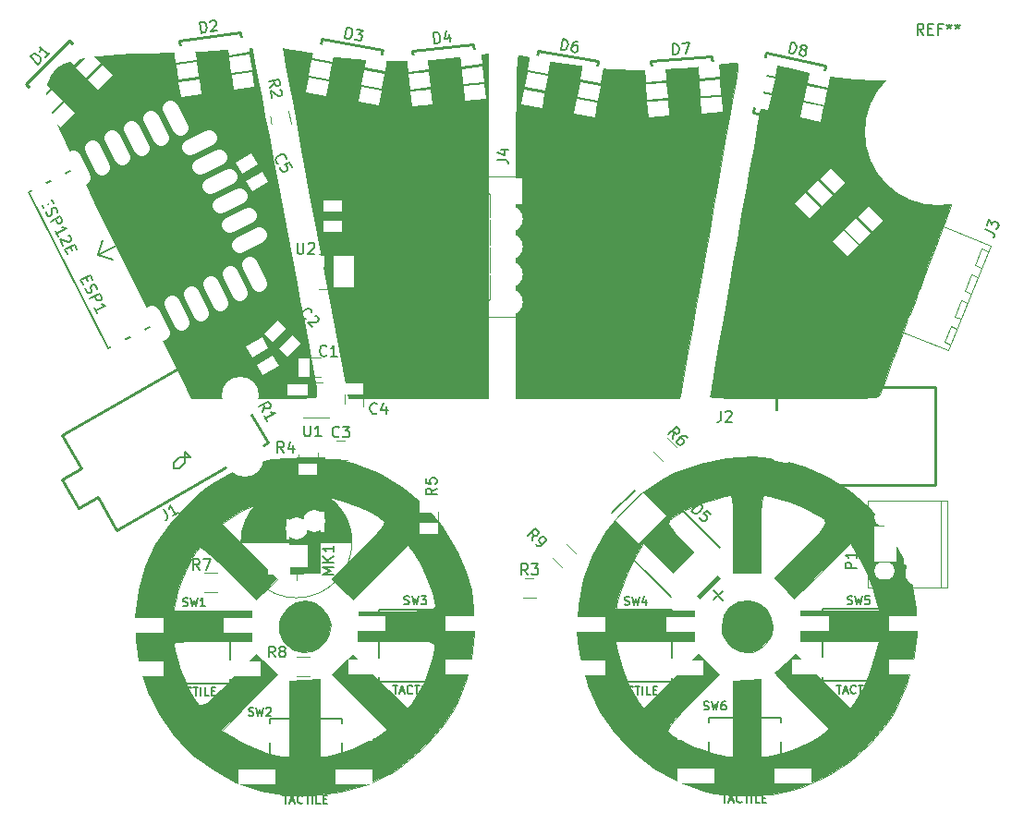
<source format=gto>
G04 #@! TF.FileFunction,Legend,Top*
%FSLAX46Y46*%
G04 Gerber Fmt 4.6, Leading zero omitted, Abs format (unit mm)*
G04 Created by KiCad (PCBNEW 4.0.7-e2-6376~58~ubuntu16.04.1) date Wed Apr 11 02:03:13 2018*
%MOMM*%
%LPD*%
G01*
G04 APERTURE LIST*
%ADD10C,0.100000*%
%ADD11C,0.200000*%
%ADD12C,0.010000*%
%ADD13C,0.120000*%
%ADD14C,0.150000*%
%ADD15C,0.250000*%
%ADD16R,1.100000X1.700000*%
%ADD17R,1.700000X1.100000*%
%ADD18C,1.400000*%
%ADD19C,2.400000*%
%ADD20R,2.000000X2.000000*%
%ADD21C,2.000000*%
%ADD22R,1.960000X1.050000*%
%ADD23R,3.500000X1.400000*%
%ADD24C,4.900000*%
%ADD25R,2.050000X0.800000*%
%ADD26O,1.900000X1.600000*%
%ADD27O,2.100000X2.100000*%
%ADD28R,2.900000X1.830000*%
%ADD29C,13.400000*%
%ADD30R,3.000000X2.400000*%
%ADD31O,3.000000X2.400000*%
%ADD32C,3.400000*%
G04 APERTURE END LIST*
D10*
D11*
X144820000Y-75730000D02*
X146870000Y-73700000D01*
X154120000Y-83680000D02*
X154930000Y-82930000D01*
X154120000Y-82810000D02*
X154960000Y-83740000D01*
X105156000Y-71628000D02*
X104648000Y-71628000D01*
X105664000Y-71120000D02*
X105156000Y-71628000D01*
X105664000Y-70612000D02*
X105664000Y-71120000D01*
X106172000Y-70612000D02*
X105664000Y-70612000D01*
X105664000Y-70104000D02*
X106172000Y-70612000D01*
X105664000Y-70612000D02*
X105664000Y-70104000D01*
X105156000Y-70612000D02*
X105664000Y-70612000D01*
X104648000Y-71120000D02*
X105156000Y-70612000D01*
X104648000Y-71628000D02*
X104648000Y-71120000D01*
D12*
G36*
X118005156Y-70658163D02*
X118980238Y-70716108D01*
X119794348Y-70830896D01*
X120578252Y-71017736D01*
X120971667Y-71134216D01*
X123445093Y-72103498D01*
X125643659Y-73394667D01*
X127565913Y-75006481D01*
X129210404Y-76937696D01*
X130575682Y-79187070D01*
X130727937Y-79493224D01*
X131435278Y-81157086D01*
X131890702Y-82774641D01*
X132120676Y-84482845D01*
X132151669Y-86418658D01*
X132138546Y-86792506D01*
X131916450Y-89082060D01*
X131431942Y-91130844D01*
X130653336Y-93053017D01*
X130131666Y-94023300D01*
X129440163Y-95032751D01*
X128500022Y-96157241D01*
X127414753Y-97292067D01*
X126287869Y-98332528D01*
X125222882Y-99173919D01*
X124706926Y-99510429D01*
X122447214Y-100598286D01*
X120016317Y-101315669D01*
X117467589Y-101650981D01*
X115045000Y-101610356D01*
X112623274Y-101195948D01*
X110353462Y-100410640D01*
X108264666Y-99288662D01*
X106385990Y-97864241D01*
X104746537Y-96171608D01*
X103375411Y-94244989D01*
X102301715Y-92118616D01*
X101554553Y-89826715D01*
X101163027Y-87403515D01*
X101132559Y-85247822D01*
X101197362Y-84710000D01*
X104626220Y-84710000D01*
X111772298Y-84710000D01*
X111768232Y-86085571D01*
X111764167Y-87461141D01*
X108218750Y-87461404D01*
X106856098Y-87468695D01*
X105868732Y-87492796D01*
X105208810Y-87537393D01*
X104828487Y-87606176D01*
X104679920Y-87702831D01*
X104673334Y-87734696D01*
X104757311Y-88336218D01*
X104979146Y-89180952D01*
X105293694Y-90130377D01*
X105655809Y-91045970D01*
X105958409Y-91677759D01*
X106370793Y-92453795D01*
X106688747Y-92997252D01*
X106972396Y-93300383D01*
X107281866Y-93355443D01*
X107677285Y-93154685D01*
X108218779Y-92690363D01*
X108966472Y-91954732D01*
X109726819Y-91192279D01*
X112232564Y-88693062D01*
X114165254Y-90530834D01*
X111622195Y-93093536D01*
X109079137Y-95656238D01*
X110209985Y-96356651D01*
X111110434Y-96849597D01*
X112137624Y-97311813D01*
X113165842Y-97695884D01*
X114069374Y-97954395D01*
X114674584Y-98040536D01*
X115256667Y-98045000D01*
X115256667Y-91096122D01*
X116632944Y-91025144D01*
X118009222Y-90954167D01*
X118008778Y-94499584D01*
X118008334Y-98045000D01*
X118590417Y-98040536D01*
X119267346Y-97938183D01*
X120181543Y-97671338D01*
X121204401Y-97288458D01*
X122207316Y-96838002D01*
X123061681Y-96368428D01*
X123110773Y-96337268D01*
X124180478Y-95650839D01*
X121649868Y-93090836D01*
X119119258Y-90530834D01*
X120089608Y-89625673D01*
X121059959Y-88720513D01*
X123564053Y-91213173D01*
X126068146Y-93705834D01*
X126483670Y-93176667D01*
X127026079Y-92342872D01*
X127571740Y-91264636D01*
X128040607Y-90112577D01*
X128284166Y-89338946D01*
X128468664Y-88662270D01*
X128573709Y-88170627D01*
X128548632Y-87834640D01*
X128342762Y-87624935D01*
X127905429Y-87512136D01*
X127185963Y-87466867D01*
X126133694Y-87459754D01*
X125046250Y-87461796D01*
X121500834Y-87461925D01*
X121530802Y-86138879D01*
X121560770Y-84815834D01*
X125076218Y-84757799D01*
X126423531Y-84737181D01*
X127397664Y-84705995D01*
X128048285Y-84633459D01*
X128425065Y-84488791D01*
X128577674Y-84241207D01*
X128555780Y-83859925D01*
X128409054Y-83314161D01*
X128250561Y-82790501D01*
X127806535Y-81544707D01*
X127252892Y-80365066D01*
X126665016Y-79406789D01*
X126508970Y-79204647D01*
X126075154Y-78677500D01*
X121077500Y-83634014D01*
X119129738Y-81782976D01*
X121629857Y-79289370D01*
X122579524Y-78329758D01*
X123251052Y-77617664D01*
X123676978Y-77113047D01*
X123889841Y-76775866D01*
X123922181Y-76566080D01*
X123890613Y-76507350D01*
X123357280Y-76057572D01*
X122516739Y-75568851D01*
X121476201Y-75088651D01*
X120342878Y-74664439D01*
X119223983Y-74343678D01*
X118802084Y-74254529D01*
X118008334Y-74107484D01*
X118008308Y-77662492D01*
X118008283Y-81217500D01*
X116632475Y-81232903D01*
X115256667Y-81248305D01*
X115256667Y-74107484D01*
X114462917Y-74250806D01*
X113326195Y-74544392D01*
X112062750Y-75008509D01*
X110864682Y-75564934D01*
X110043957Y-76050158D01*
X109068964Y-76720971D01*
X114118646Y-81770653D01*
X112215774Y-83673525D01*
X109737530Y-81201737D01*
X108899461Y-80386392D01*
X108155391Y-79701101D01*
X107559370Y-79192605D01*
X107165452Y-78907648D01*
X107037618Y-78866948D01*
X106682711Y-79244722D01*
X106261470Y-79932998D01*
X105817868Y-80833569D01*
X105395877Y-81848228D01*
X105039470Y-82878767D01*
X104792620Y-83826979D01*
X104773945Y-83922560D01*
X104626220Y-84710000D01*
X101197362Y-84710000D01*
X101422082Y-82844978D01*
X102036840Y-80654645D01*
X103002255Y-78621581D01*
X104343745Y-76690548D01*
X105815683Y-75071243D01*
X106791211Y-74136886D01*
X107615808Y-73439783D01*
X108408155Y-72890818D01*
X109286934Y-72400871D01*
X109541667Y-72273410D01*
X111029136Y-71594189D01*
X112355997Y-71124523D01*
X113668189Y-70831324D01*
X115111654Y-70681506D01*
X116738334Y-70641852D01*
X118005156Y-70658163D01*
X118005156Y-70658163D01*
G37*
X118005156Y-70658163D02*
X118980238Y-70716108D01*
X119794348Y-70830896D01*
X120578252Y-71017736D01*
X120971667Y-71134216D01*
X123445093Y-72103498D01*
X125643659Y-73394667D01*
X127565913Y-75006481D01*
X129210404Y-76937696D01*
X130575682Y-79187070D01*
X130727937Y-79493224D01*
X131435278Y-81157086D01*
X131890702Y-82774641D01*
X132120676Y-84482845D01*
X132151669Y-86418658D01*
X132138546Y-86792506D01*
X131916450Y-89082060D01*
X131431942Y-91130844D01*
X130653336Y-93053017D01*
X130131666Y-94023300D01*
X129440163Y-95032751D01*
X128500022Y-96157241D01*
X127414753Y-97292067D01*
X126287869Y-98332528D01*
X125222882Y-99173919D01*
X124706926Y-99510429D01*
X122447214Y-100598286D01*
X120016317Y-101315669D01*
X117467589Y-101650981D01*
X115045000Y-101610356D01*
X112623274Y-101195948D01*
X110353462Y-100410640D01*
X108264666Y-99288662D01*
X106385990Y-97864241D01*
X104746537Y-96171608D01*
X103375411Y-94244989D01*
X102301715Y-92118616D01*
X101554553Y-89826715D01*
X101163027Y-87403515D01*
X101132559Y-85247822D01*
X101197362Y-84710000D01*
X104626220Y-84710000D01*
X111772298Y-84710000D01*
X111768232Y-86085571D01*
X111764167Y-87461141D01*
X108218750Y-87461404D01*
X106856098Y-87468695D01*
X105868732Y-87492796D01*
X105208810Y-87537393D01*
X104828487Y-87606176D01*
X104679920Y-87702831D01*
X104673334Y-87734696D01*
X104757311Y-88336218D01*
X104979146Y-89180952D01*
X105293694Y-90130377D01*
X105655809Y-91045970D01*
X105958409Y-91677759D01*
X106370793Y-92453795D01*
X106688747Y-92997252D01*
X106972396Y-93300383D01*
X107281866Y-93355443D01*
X107677285Y-93154685D01*
X108218779Y-92690363D01*
X108966472Y-91954732D01*
X109726819Y-91192279D01*
X112232564Y-88693062D01*
X114165254Y-90530834D01*
X111622195Y-93093536D01*
X109079137Y-95656238D01*
X110209985Y-96356651D01*
X111110434Y-96849597D01*
X112137624Y-97311813D01*
X113165842Y-97695884D01*
X114069374Y-97954395D01*
X114674584Y-98040536D01*
X115256667Y-98045000D01*
X115256667Y-91096122D01*
X116632944Y-91025144D01*
X118009222Y-90954167D01*
X118008778Y-94499584D01*
X118008334Y-98045000D01*
X118590417Y-98040536D01*
X119267346Y-97938183D01*
X120181543Y-97671338D01*
X121204401Y-97288458D01*
X122207316Y-96838002D01*
X123061681Y-96368428D01*
X123110773Y-96337268D01*
X124180478Y-95650839D01*
X121649868Y-93090836D01*
X119119258Y-90530834D01*
X120089608Y-89625673D01*
X121059959Y-88720513D01*
X123564053Y-91213173D01*
X126068146Y-93705834D01*
X126483670Y-93176667D01*
X127026079Y-92342872D01*
X127571740Y-91264636D01*
X128040607Y-90112577D01*
X128284166Y-89338946D01*
X128468664Y-88662270D01*
X128573709Y-88170627D01*
X128548632Y-87834640D01*
X128342762Y-87624935D01*
X127905429Y-87512136D01*
X127185963Y-87466867D01*
X126133694Y-87459754D01*
X125046250Y-87461796D01*
X121500834Y-87461925D01*
X121530802Y-86138879D01*
X121560770Y-84815834D01*
X125076218Y-84757799D01*
X126423531Y-84737181D01*
X127397664Y-84705995D01*
X128048285Y-84633459D01*
X128425065Y-84488791D01*
X128577674Y-84241207D01*
X128555780Y-83859925D01*
X128409054Y-83314161D01*
X128250561Y-82790501D01*
X127806535Y-81544707D01*
X127252892Y-80365066D01*
X126665016Y-79406789D01*
X126508970Y-79204647D01*
X126075154Y-78677500D01*
X121077500Y-83634014D01*
X119129738Y-81782976D01*
X121629857Y-79289370D01*
X122579524Y-78329758D01*
X123251052Y-77617664D01*
X123676978Y-77113047D01*
X123889841Y-76775866D01*
X123922181Y-76566080D01*
X123890613Y-76507350D01*
X123357280Y-76057572D01*
X122516739Y-75568851D01*
X121476201Y-75088651D01*
X120342878Y-74664439D01*
X119223983Y-74343678D01*
X118802084Y-74254529D01*
X118008334Y-74107484D01*
X118008308Y-77662492D01*
X118008283Y-81217500D01*
X116632475Y-81232903D01*
X115256667Y-81248305D01*
X115256667Y-74107484D01*
X114462917Y-74250806D01*
X113326195Y-74544392D01*
X112062750Y-75008509D01*
X110864682Y-75564934D01*
X110043957Y-76050158D01*
X109068964Y-76720971D01*
X114118646Y-81770653D01*
X112215774Y-83673525D01*
X109737530Y-81201737D01*
X108899461Y-80386392D01*
X108155391Y-79701101D01*
X107559370Y-79192605D01*
X107165452Y-78907648D01*
X107037618Y-78866948D01*
X106682711Y-79244722D01*
X106261470Y-79932998D01*
X105817868Y-80833569D01*
X105395877Y-81848228D01*
X105039470Y-82878767D01*
X104792620Y-83826979D01*
X104773945Y-83922560D01*
X104626220Y-84710000D01*
X101197362Y-84710000D01*
X101422082Y-82844978D01*
X102036840Y-80654645D01*
X103002255Y-78621581D01*
X104343745Y-76690548D01*
X105815683Y-75071243D01*
X106791211Y-74136886D01*
X107615808Y-73439783D01*
X108408155Y-72890818D01*
X109286934Y-72400871D01*
X109541667Y-72273410D01*
X111029136Y-71594189D01*
X112355997Y-71124523D01*
X113668189Y-70831324D01*
X115111654Y-70681506D01*
X116738334Y-70641852D01*
X118005156Y-70658163D01*
G36*
X160098211Y-70826065D02*
X162388995Y-71444272D01*
X164557972Y-72408150D01*
X166566035Y-73703461D01*
X168374076Y-75315967D01*
X169942986Y-77231429D01*
X171233657Y-79435609D01*
X171353319Y-79687244D01*
X172205203Y-82006962D01*
X172665951Y-84421112D01*
X172740133Y-86873692D01*
X172432316Y-89308703D01*
X171747070Y-91670144D01*
X170688963Y-93902015D01*
X170119646Y-94809165D01*
X168516325Y-96805115D01*
X166634612Y-98502440D01*
X164516642Y-99871368D01*
X162204547Y-100882131D01*
X161026105Y-101234424D01*
X159475100Y-101511204D01*
X157702145Y-101634002D01*
X155876134Y-101603196D01*
X154165964Y-101419168D01*
X153193580Y-101216805D01*
X150856057Y-100390443D01*
X148689234Y-99199525D01*
X146735692Y-97682978D01*
X145038012Y-95879727D01*
X143638777Y-93828698D01*
X142580567Y-91568815D01*
X142550695Y-91487691D01*
X141873171Y-89045565D01*
X141695859Y-87461667D01*
X145093601Y-87461667D01*
X145224694Y-88043750D01*
X145700577Y-89827588D01*
X146271835Y-91310684D01*
X146987748Y-92613111D01*
X147274562Y-93038518D01*
X147699832Y-93641202D01*
X150207951Y-91139618D01*
X152716070Y-88638033D01*
X153674225Y-89578390D01*
X154632379Y-90518748D01*
X152158679Y-92998909D01*
X151220674Y-93951187D01*
X150558482Y-94655976D01*
X150138676Y-95154891D01*
X149927829Y-95489548D01*
X149892513Y-95701562D01*
X149929673Y-95773909D01*
X150419517Y-96180308D01*
X151206810Y-96637275D01*
X152177292Y-97096863D01*
X153216702Y-97511124D01*
X154210779Y-97832110D01*
X155045262Y-98011872D01*
X155314584Y-98033617D01*
X155896667Y-98045000D01*
X155896667Y-91097601D01*
X157167053Y-91025884D01*
X158437438Y-90954167D01*
X158437053Y-94499584D01*
X158436667Y-98045000D01*
X158927416Y-98045000D01*
X159744332Y-97935061D01*
X160779358Y-97640406D01*
X161900143Y-97213778D01*
X162974333Y-96707920D01*
X163869577Y-96175575D01*
X164153687Y-95962303D01*
X164680834Y-95528488D01*
X162151298Y-92983918D01*
X161326210Y-92145053D01*
X160625465Y-91415554D01*
X160095578Y-90845262D01*
X159783064Y-90484017D01*
X159720381Y-90379258D01*
X159916768Y-90213162D01*
X160323033Y-89845468D01*
X160718703Y-89479169D01*
X161618406Y-88639172D01*
X166633502Y-93641202D01*
X167058772Y-93038518D01*
X167835454Y-91770319D01*
X168450632Y-90362510D01*
X168953583Y-88695017D01*
X169108640Y-88043750D01*
X169239732Y-87461667D01*
X162035000Y-87461667D01*
X162035000Y-84710000D01*
X169239732Y-84710000D01*
X169111182Y-84127917D01*
X168667062Y-82548013D01*
X168064788Y-81016151D01*
X167399340Y-79755196D01*
X166633259Y-78530454D01*
X164069546Y-81059673D01*
X161505834Y-83588891D01*
X160583851Y-82640499D01*
X159661869Y-81692106D01*
X162171351Y-79168283D01*
X163128298Y-78209442D01*
X163806642Y-77503737D01*
X164213900Y-76992297D01*
X164357585Y-76616252D01*
X164245214Y-76316730D01*
X163884300Y-76034862D01*
X163282361Y-75711776D01*
X162653075Y-75394670D01*
X161910397Y-75062685D01*
X161010477Y-74727441D01*
X160086816Y-74431445D01*
X159272918Y-74217203D01*
X158702282Y-74127224D01*
X158670697Y-74126667D01*
X158573788Y-74301233D01*
X158503556Y-74837050D01*
X158458803Y-75752295D01*
X158438330Y-77065145D01*
X158436667Y-77675611D01*
X158436667Y-81224556D01*
X155896667Y-81224556D01*
X155896667Y-77675611D01*
X155885155Y-76206030D01*
X155849822Y-75140999D01*
X155789467Y-74462342D01*
X155702893Y-74151882D01*
X155662636Y-74126667D01*
X155117608Y-74204693D01*
X154318479Y-74410432D01*
X153398750Y-74701377D01*
X152491924Y-75035020D01*
X151731502Y-75368854D01*
X151680259Y-75394670D01*
X150896234Y-75790422D01*
X150347396Y-76099215D01*
X150041260Y-76379919D01*
X149985343Y-76691407D01*
X150187157Y-77092547D01*
X150654220Y-77642210D01*
X151394046Y-78399268D01*
X152161982Y-79168283D01*
X154671464Y-81692106D01*
X153749482Y-82640499D01*
X152827500Y-83588891D01*
X147707494Y-78537855D01*
X147021756Y-79606486D01*
X146215503Y-81098365D01*
X145598611Y-82711906D01*
X145327250Y-83795066D01*
X145156321Y-84710000D01*
X152298334Y-84710000D01*
X152298334Y-87461667D01*
X145093601Y-87461667D01*
X141695859Y-87461667D01*
X141598719Y-86593942D01*
X141710723Y-84173368D01*
X142192563Y-81824388D01*
X143027622Y-79587546D01*
X144199282Y-77503388D01*
X145690925Y-75612459D01*
X147485933Y-73955304D01*
X149567688Y-72572469D01*
X150499167Y-72094716D01*
X152886098Y-71187855D01*
X155307655Y-70683619D01*
X157724728Y-70567768D01*
X160098211Y-70826065D01*
X160098211Y-70826065D01*
G37*
X160098211Y-70826065D02*
X162388995Y-71444272D01*
X164557972Y-72408150D01*
X166566035Y-73703461D01*
X168374076Y-75315967D01*
X169942986Y-77231429D01*
X171233657Y-79435609D01*
X171353319Y-79687244D01*
X172205203Y-82006962D01*
X172665951Y-84421112D01*
X172740133Y-86873692D01*
X172432316Y-89308703D01*
X171747070Y-91670144D01*
X170688963Y-93902015D01*
X170119646Y-94809165D01*
X168516325Y-96805115D01*
X166634612Y-98502440D01*
X164516642Y-99871368D01*
X162204547Y-100882131D01*
X161026105Y-101234424D01*
X159475100Y-101511204D01*
X157702145Y-101634002D01*
X155876134Y-101603196D01*
X154165964Y-101419168D01*
X153193580Y-101216805D01*
X150856057Y-100390443D01*
X148689234Y-99199525D01*
X146735692Y-97682978D01*
X145038012Y-95879727D01*
X143638777Y-93828698D01*
X142580567Y-91568815D01*
X142550695Y-91487691D01*
X141873171Y-89045565D01*
X141695859Y-87461667D01*
X145093601Y-87461667D01*
X145224694Y-88043750D01*
X145700577Y-89827588D01*
X146271835Y-91310684D01*
X146987748Y-92613111D01*
X147274562Y-93038518D01*
X147699832Y-93641202D01*
X150207951Y-91139618D01*
X152716070Y-88638033D01*
X153674225Y-89578390D01*
X154632379Y-90518748D01*
X152158679Y-92998909D01*
X151220674Y-93951187D01*
X150558482Y-94655976D01*
X150138676Y-95154891D01*
X149927829Y-95489548D01*
X149892513Y-95701562D01*
X149929673Y-95773909D01*
X150419517Y-96180308D01*
X151206810Y-96637275D01*
X152177292Y-97096863D01*
X153216702Y-97511124D01*
X154210779Y-97832110D01*
X155045262Y-98011872D01*
X155314584Y-98033617D01*
X155896667Y-98045000D01*
X155896667Y-91097601D01*
X157167053Y-91025884D01*
X158437438Y-90954167D01*
X158437053Y-94499584D01*
X158436667Y-98045000D01*
X158927416Y-98045000D01*
X159744332Y-97935061D01*
X160779358Y-97640406D01*
X161900143Y-97213778D01*
X162974333Y-96707920D01*
X163869577Y-96175575D01*
X164153687Y-95962303D01*
X164680834Y-95528488D01*
X162151298Y-92983918D01*
X161326210Y-92145053D01*
X160625465Y-91415554D01*
X160095578Y-90845262D01*
X159783064Y-90484017D01*
X159720381Y-90379258D01*
X159916768Y-90213162D01*
X160323033Y-89845468D01*
X160718703Y-89479169D01*
X161618406Y-88639172D01*
X166633502Y-93641202D01*
X167058772Y-93038518D01*
X167835454Y-91770319D01*
X168450632Y-90362510D01*
X168953583Y-88695017D01*
X169108640Y-88043750D01*
X169239732Y-87461667D01*
X162035000Y-87461667D01*
X162035000Y-84710000D01*
X169239732Y-84710000D01*
X169111182Y-84127917D01*
X168667062Y-82548013D01*
X168064788Y-81016151D01*
X167399340Y-79755196D01*
X166633259Y-78530454D01*
X164069546Y-81059673D01*
X161505834Y-83588891D01*
X160583851Y-82640499D01*
X159661869Y-81692106D01*
X162171351Y-79168283D01*
X163128298Y-78209442D01*
X163806642Y-77503737D01*
X164213900Y-76992297D01*
X164357585Y-76616252D01*
X164245214Y-76316730D01*
X163884300Y-76034862D01*
X163282361Y-75711776D01*
X162653075Y-75394670D01*
X161910397Y-75062685D01*
X161010477Y-74727441D01*
X160086816Y-74431445D01*
X159272918Y-74217203D01*
X158702282Y-74127224D01*
X158670697Y-74126667D01*
X158573788Y-74301233D01*
X158503556Y-74837050D01*
X158458803Y-75752295D01*
X158438330Y-77065145D01*
X158436667Y-77675611D01*
X158436667Y-81224556D01*
X155896667Y-81224556D01*
X155896667Y-77675611D01*
X155885155Y-76206030D01*
X155849822Y-75140999D01*
X155789467Y-74462342D01*
X155702893Y-74151882D01*
X155662636Y-74126667D01*
X155117608Y-74204693D01*
X154318479Y-74410432D01*
X153398750Y-74701377D01*
X152491924Y-75035020D01*
X151731502Y-75368854D01*
X151680259Y-75394670D01*
X150896234Y-75790422D01*
X150347396Y-76099215D01*
X150041260Y-76379919D01*
X149985343Y-76691407D01*
X150187157Y-77092547D01*
X150654220Y-77642210D01*
X151394046Y-78399268D01*
X152161982Y-79168283D01*
X154671464Y-81692106D01*
X153749482Y-82640499D01*
X152827500Y-83588891D01*
X147707494Y-78537855D01*
X147021756Y-79606486D01*
X146215503Y-81098365D01*
X145598611Y-82711906D01*
X145327250Y-83795066D01*
X145156321Y-84710000D01*
X152298334Y-84710000D01*
X152298334Y-87461667D01*
X145093601Y-87461667D01*
X141695859Y-87461667D01*
X141598719Y-86593942D01*
X141710723Y-84173368D01*
X142192563Y-81824388D01*
X143027622Y-79587546D01*
X144199282Y-77503388D01*
X145690925Y-75612459D01*
X147485933Y-73955304D01*
X149567688Y-72572469D01*
X150499167Y-72094716D01*
X152886098Y-71187855D01*
X155307655Y-70683619D01*
X157724728Y-70567768D01*
X160098211Y-70826065D01*
G36*
X111771804Y-33106248D02*
X111825208Y-33323685D01*
X111948770Y-33918235D01*
X112135097Y-34850842D01*
X112376798Y-36082448D01*
X112666481Y-37573998D01*
X112996755Y-39286435D01*
X113360227Y-41180701D01*
X113749506Y-43217742D01*
X114157201Y-45358499D01*
X114575919Y-47563916D01*
X114998268Y-49794937D01*
X115416857Y-52012505D01*
X115824295Y-54177563D01*
X116213189Y-56251055D01*
X116576147Y-58193925D01*
X116905779Y-59967115D01*
X117194692Y-61531569D01*
X117435494Y-62848230D01*
X117620793Y-63878043D01*
X117743199Y-64581949D01*
X117795319Y-64920893D01*
X117796667Y-64940490D01*
X117736204Y-65030203D01*
X117526223Y-65100435D01*
X117123831Y-65153382D01*
X116486138Y-65191239D01*
X115570254Y-65216205D01*
X114333286Y-65230475D01*
X112732345Y-65236245D01*
X112013491Y-65236667D01*
X106230315Y-65236667D01*
X99645533Y-51848750D01*
X98547130Y-49608223D01*
X97502499Y-47463226D01*
X96527086Y-45446370D01*
X95636340Y-43590263D01*
X94845707Y-41927515D01*
X94170635Y-40490736D01*
X93626571Y-39312535D01*
X93228963Y-38425523D01*
X92993257Y-37862308D01*
X92932876Y-37678234D01*
X92969208Y-36665010D01*
X93367310Y-35688950D01*
X93909979Y-35028422D01*
X94579227Y-34600255D01*
X95579380Y-34252598D01*
X96928759Y-33982475D01*
X98645684Y-33786912D01*
X100748474Y-33662934D01*
X102614887Y-33614770D01*
X104134751Y-33580648D01*
X105679867Y-33524628D01*
X107139253Y-33452247D01*
X108401923Y-33369043D01*
X109356894Y-33280553D01*
X109388540Y-33276812D01*
X110323371Y-33174929D01*
X111092588Y-33109784D01*
X111605790Y-33087845D01*
X111771804Y-33106248D01*
X111771804Y-33106248D01*
G37*
X111771804Y-33106248D02*
X111825208Y-33323685D01*
X111948770Y-33918235D01*
X112135097Y-34850842D01*
X112376798Y-36082448D01*
X112666481Y-37573998D01*
X112996755Y-39286435D01*
X113360227Y-41180701D01*
X113749506Y-43217742D01*
X114157201Y-45358499D01*
X114575919Y-47563916D01*
X114998268Y-49794937D01*
X115416857Y-52012505D01*
X115824295Y-54177563D01*
X116213189Y-56251055D01*
X116576147Y-58193925D01*
X116905779Y-59967115D01*
X117194692Y-61531569D01*
X117435494Y-62848230D01*
X117620793Y-63878043D01*
X117743199Y-64581949D01*
X117795319Y-64920893D01*
X117796667Y-64940490D01*
X117736204Y-65030203D01*
X117526223Y-65100435D01*
X117123831Y-65153382D01*
X116486138Y-65191239D01*
X115570254Y-65216205D01*
X114333286Y-65230475D01*
X112732345Y-65236245D01*
X112013491Y-65236667D01*
X106230315Y-65236667D01*
X99645533Y-51848750D01*
X98547130Y-49608223D01*
X97502499Y-47463226D01*
X96527086Y-45446370D01*
X95636340Y-43590263D01*
X94845707Y-41927515D01*
X94170635Y-40490736D01*
X93626571Y-39312535D01*
X93228963Y-38425523D01*
X92993257Y-37862308D01*
X92932876Y-37678234D01*
X92969208Y-36665010D01*
X93367310Y-35688950D01*
X93909979Y-35028422D01*
X94579227Y-34600255D01*
X95579380Y-34252598D01*
X96928759Y-33982475D01*
X98645684Y-33786912D01*
X100748474Y-33662934D01*
X102614887Y-33614770D01*
X104134751Y-33580648D01*
X105679867Y-33524628D01*
X107139253Y-33452247D01*
X108401923Y-33369043D01*
X109356894Y-33280553D01*
X109388540Y-33276812D01*
X110323371Y-33174929D01*
X111092588Y-33109784D01*
X111605790Y-33087845D01*
X111771804Y-33106248D01*
G36*
X114886766Y-33173876D02*
X115424683Y-33260867D01*
X116186104Y-33404442D01*
X116632500Y-33494776D01*
X119473220Y-33986123D01*
X122294646Y-34269698D01*
X125189710Y-34347255D01*
X128251342Y-34220552D01*
X131572473Y-33891343D01*
X132348750Y-33791706D01*
X133460000Y-33643795D01*
X133460000Y-65236667D01*
X120641240Y-65236667D01*
X117624402Y-49227607D01*
X117146379Y-46686167D01*
X116693216Y-44267592D01*
X116270781Y-42003773D01*
X115884944Y-39926600D01*
X115541573Y-38067964D01*
X115246536Y-36459754D01*
X115005702Y-35133860D01*
X114824939Y-34122173D01*
X114710117Y-33456584D01*
X114667102Y-33168981D01*
X114667532Y-33159700D01*
X114886766Y-33173876D01*
X114886766Y-33173876D01*
G37*
X114886766Y-33173876D02*
X115424683Y-33260867D01*
X116186104Y-33404442D01*
X116632500Y-33494776D01*
X119473220Y-33986123D01*
X122294646Y-34269698D01*
X125189710Y-34347255D01*
X128251342Y-34220552D01*
X131572473Y-33891343D01*
X132348750Y-33791706D01*
X133460000Y-33643795D01*
X133460000Y-65236667D01*
X120641240Y-65236667D01*
X117624402Y-49227607D01*
X117146379Y-46686167D01*
X116693216Y-44267592D01*
X116270781Y-42003773D01*
X115884944Y-39926600D01*
X115541573Y-38067964D01*
X115246536Y-36459754D01*
X115005702Y-35133860D01*
X114824939Y-34122173D01*
X114710117Y-33456584D01*
X114667102Y-33168981D01*
X114667532Y-33159700D01*
X114886766Y-33173876D01*
G36*
X136815524Y-33915078D02*
X137645482Y-34094106D01*
X138708833Y-34294058D01*
X139912257Y-34499032D01*
X141162432Y-34693124D01*
X142366037Y-34860433D01*
X143420173Y-34984081D01*
X145058741Y-35093311D01*
X146985172Y-35126757D01*
X149071493Y-35087965D01*
X151189734Y-34980480D01*
X153211922Y-34807849D01*
X154256250Y-34683833D01*
X155200046Y-34562643D01*
X155801552Y-34505903D01*
X156137502Y-34517813D01*
X156284629Y-34602571D01*
X156319668Y-34764378D01*
X156320000Y-34796759D01*
X156284065Y-35049485D01*
X156180716Y-35680862D01*
X156016640Y-36652746D01*
X155798521Y-37926991D01*
X155533046Y-39465452D01*
X155226899Y-41229983D01*
X154886767Y-43182438D01*
X154519335Y-45284672D01*
X154131289Y-47498539D01*
X153729314Y-49785893D01*
X153320096Y-52108590D01*
X152910320Y-54428482D01*
X152506673Y-56707426D01*
X152115839Y-58907275D01*
X151744504Y-60989883D01*
X151399354Y-62917106D01*
X151105517Y-64548750D01*
X150981220Y-65236667D01*
X136000000Y-65236667D01*
X136000000Y-49444854D01*
X136000779Y-46455123D01*
X136003476Y-43861731D01*
X136008627Y-41637688D01*
X136016772Y-39756002D01*
X136028446Y-38189683D01*
X136044190Y-36911738D01*
X136064539Y-35895176D01*
X136090033Y-35113007D01*
X136121209Y-34538239D01*
X136158604Y-34143880D01*
X136202757Y-33902940D01*
X136254206Y-33788428D01*
X136312282Y-33772875D01*
X136815524Y-33915078D01*
X136815524Y-33915078D01*
G37*
X136815524Y-33915078D02*
X137645482Y-34094106D01*
X138708833Y-34294058D01*
X139912257Y-34499032D01*
X141162432Y-34693124D01*
X142366037Y-34860433D01*
X143420173Y-34984081D01*
X145058741Y-35093311D01*
X146985172Y-35126757D01*
X149071493Y-35087965D01*
X151189734Y-34980480D01*
X153211922Y-34807849D01*
X154256250Y-34683833D01*
X155200046Y-34562643D01*
X155801552Y-34505903D01*
X156137502Y-34517813D01*
X156284629Y-34602571D01*
X156319668Y-34764378D01*
X156320000Y-34796759D01*
X156284065Y-35049485D01*
X156180716Y-35680862D01*
X156016640Y-36652746D01*
X155798521Y-37926991D01*
X155533046Y-39465452D01*
X155226899Y-41229983D01*
X154886767Y-43182438D01*
X154519335Y-45284672D01*
X154131289Y-47498539D01*
X153729314Y-49785893D01*
X153320096Y-52108590D01*
X152910320Y-54428482D01*
X152506673Y-56707426D01*
X152115839Y-58907275D01*
X151744504Y-60989883D01*
X151399354Y-62917106D01*
X151105517Y-64548750D01*
X150981220Y-65236667D01*
X136000000Y-65236667D01*
X136000000Y-49444854D01*
X136000779Y-46455123D01*
X136003476Y-43861731D01*
X136008627Y-41637688D01*
X136016772Y-39756002D01*
X136028446Y-38189683D01*
X136044190Y-36911738D01*
X136064539Y-35895176D01*
X136090033Y-35113007D01*
X136121209Y-34538239D01*
X136158604Y-34143880D01*
X136202757Y-33902940D01*
X136254206Y-33788428D01*
X136312282Y-33772875D01*
X136815524Y-33915078D01*
G36*
X159395804Y-34606157D02*
X159919094Y-34712766D01*
X160651329Y-34885928D01*
X160899238Y-34948336D01*
X162516167Y-35334793D01*
X164015893Y-35629137D01*
X165504337Y-35843570D01*
X167087425Y-35990294D01*
X168871079Y-36081512D01*
X170961222Y-36129427D01*
X171175103Y-36132116D01*
X172703609Y-36153061D01*
X173873422Y-36178919D01*
X174749180Y-36215766D01*
X175395521Y-36269677D01*
X175877085Y-36346729D01*
X176258509Y-36452994D01*
X176604431Y-36594550D01*
X176730529Y-36654258D01*
X177402356Y-37050150D01*
X177974308Y-37505401D01*
X178141321Y-37685567D01*
X178325040Y-37944290D01*
X178462297Y-38222872D01*
X178544689Y-38551251D01*
X178563816Y-38959366D01*
X178511278Y-39477152D01*
X178378672Y-40134549D01*
X178157599Y-40961494D01*
X177839658Y-41987924D01*
X177416447Y-43243778D01*
X176879565Y-44758994D01*
X176220613Y-46563508D01*
X175431188Y-48687258D01*
X174502890Y-51160183D01*
X173944224Y-52642500D01*
X173137183Y-54781887D01*
X172372235Y-56809384D01*
X171662862Y-58689275D01*
X171022549Y-60385844D01*
X170464776Y-61863375D01*
X170003028Y-63086152D01*
X169650788Y-64018458D01*
X169421537Y-64624577D01*
X169329748Y-64866250D01*
X169267416Y-64963145D01*
X169135778Y-65041584D01*
X168893898Y-65103499D01*
X168500839Y-65150823D01*
X167915665Y-65185488D01*
X167097437Y-65209427D01*
X166005220Y-65224573D01*
X164598077Y-65232857D01*
X162835071Y-65236213D01*
X161483188Y-65236667D01*
X159724506Y-65232466D01*
X158106680Y-65220507D01*
X156676719Y-65201760D01*
X155481633Y-65177193D01*
X154568429Y-65147773D01*
X153984118Y-65114470D01*
X153775707Y-65078250D01*
X153775681Y-65077917D01*
X153810671Y-64843168D01*
X153912771Y-64233673D01*
X154074897Y-63289386D01*
X154289966Y-62050263D01*
X154550893Y-60556260D01*
X154850594Y-58847333D01*
X155181986Y-56963438D01*
X155537985Y-54944529D01*
X155911505Y-52830563D01*
X156295465Y-50661496D01*
X156682778Y-48477283D01*
X157066362Y-46317880D01*
X157439133Y-44223243D01*
X157794007Y-42233327D01*
X158123898Y-40388089D01*
X158421725Y-38727483D01*
X158680402Y-37291466D01*
X158892846Y-36119993D01*
X159051972Y-35253020D01*
X159150698Y-34730503D01*
X159181563Y-34587152D01*
X159395804Y-34606157D01*
X159395804Y-34606157D01*
G37*
X159395804Y-34606157D02*
X159919094Y-34712766D01*
X160651329Y-34885928D01*
X160899238Y-34948336D01*
X162516167Y-35334793D01*
X164015893Y-35629137D01*
X165504337Y-35843570D01*
X167087425Y-35990294D01*
X168871079Y-36081512D01*
X170961222Y-36129427D01*
X171175103Y-36132116D01*
X172703609Y-36153061D01*
X173873422Y-36178919D01*
X174749180Y-36215766D01*
X175395521Y-36269677D01*
X175877085Y-36346729D01*
X176258509Y-36452994D01*
X176604431Y-36594550D01*
X176730529Y-36654258D01*
X177402356Y-37050150D01*
X177974308Y-37505401D01*
X178141321Y-37685567D01*
X178325040Y-37944290D01*
X178462297Y-38222872D01*
X178544689Y-38551251D01*
X178563816Y-38959366D01*
X178511278Y-39477152D01*
X178378672Y-40134549D01*
X178157599Y-40961494D01*
X177839658Y-41987924D01*
X177416447Y-43243778D01*
X176879565Y-44758994D01*
X176220613Y-46563508D01*
X175431188Y-48687258D01*
X174502890Y-51160183D01*
X173944224Y-52642500D01*
X173137183Y-54781887D01*
X172372235Y-56809384D01*
X171662862Y-58689275D01*
X171022549Y-60385844D01*
X170464776Y-61863375D01*
X170003028Y-63086152D01*
X169650788Y-64018458D01*
X169421537Y-64624577D01*
X169329748Y-64866250D01*
X169267416Y-64963145D01*
X169135778Y-65041584D01*
X168893898Y-65103499D01*
X168500839Y-65150823D01*
X167915665Y-65185488D01*
X167097437Y-65209427D01*
X166005220Y-65224573D01*
X164598077Y-65232857D01*
X162835071Y-65236213D01*
X161483188Y-65236667D01*
X159724506Y-65232466D01*
X158106680Y-65220507D01*
X156676719Y-65201760D01*
X155481633Y-65177193D01*
X154568429Y-65147773D01*
X153984118Y-65114470D01*
X153775707Y-65078250D01*
X153775681Y-65077917D01*
X153810671Y-64843168D01*
X153912771Y-64233673D01*
X154074897Y-63289386D01*
X154289966Y-62050263D01*
X154550893Y-60556260D01*
X154850594Y-58847333D01*
X155181986Y-56963438D01*
X155537985Y-54944529D01*
X155911505Y-52830563D01*
X156295465Y-50661496D01*
X156682778Y-48477283D01*
X157066362Y-46317880D01*
X157439133Y-44223243D01*
X157794007Y-42233327D01*
X158123898Y-40388089D01*
X158421725Y-38727483D01*
X158680402Y-37291466D01*
X158892846Y-36119993D01*
X159051972Y-35253020D01*
X159150698Y-34730503D01*
X159181563Y-34587152D01*
X159395804Y-34606157D01*
G36*
X117541926Y-83945734D02*
X118230745Y-84402794D01*
X118802819Y-85181260D01*
X119014870Y-86001131D01*
X118916951Y-86798701D01*
X118559118Y-87510266D01*
X117991423Y-88072119D01*
X117263921Y-88420555D01*
X116426664Y-88491868D01*
X115529708Y-88222354D01*
X115321113Y-88105998D01*
X114663643Y-87476958D01*
X114312553Y-86647696D01*
X114305467Y-85745071D01*
X114471765Y-85242188D01*
X115048818Y-84441589D01*
X115815577Y-83944642D01*
X116677971Y-83772355D01*
X117541926Y-83945734D01*
X117541926Y-83945734D01*
G37*
X117541926Y-83945734D02*
X118230745Y-84402794D01*
X118802819Y-85181260D01*
X119014870Y-86001131D01*
X118916951Y-86798701D01*
X118559118Y-87510266D01*
X117991423Y-88072119D01*
X117263921Y-88420555D01*
X116426664Y-88491868D01*
X115529708Y-88222354D01*
X115321113Y-88105998D01*
X114663643Y-87476958D01*
X114312553Y-86647696D01*
X114305467Y-85745071D01*
X114471765Y-85242188D01*
X115048818Y-84441589D01*
X115815577Y-83944642D01*
X116677971Y-83772355D01*
X117541926Y-83945734D01*
G36*
X158258801Y-83977950D02*
X158944699Y-84531546D01*
X159378865Y-85342146D01*
X159495000Y-86135545D01*
X159438139Y-86804714D01*
X159206355Y-87311160D01*
X158775334Y-87800334D01*
X158222695Y-88272468D01*
X157697236Y-88481250D01*
X157166667Y-88520000D01*
X156518272Y-88454830D01*
X156004007Y-88198473D01*
X155558000Y-87800334D01*
X155091756Y-87259415D01*
X154882614Y-86745876D01*
X154838334Y-86135545D01*
X155011063Y-85130954D01*
X155522924Y-84376044D01*
X156364425Y-83884381D01*
X156429143Y-83862241D01*
X157395504Y-83736476D01*
X158258801Y-83977950D01*
X158258801Y-83977950D01*
G37*
X158258801Y-83977950D02*
X158944699Y-84531546D01*
X159378865Y-85342146D01*
X159495000Y-86135545D01*
X159438139Y-86804714D01*
X159206355Y-87311160D01*
X158775334Y-87800334D01*
X158222695Y-88272468D01*
X157697236Y-88481250D01*
X157166667Y-88520000D01*
X156518272Y-88454830D01*
X156004007Y-88198473D01*
X155558000Y-87800334D01*
X155091756Y-87259415D01*
X154882614Y-86745876D01*
X154838334Y-86135545D01*
X155011063Y-85130954D01*
X155522924Y-84376044D01*
X156364425Y-83884381D01*
X156429143Y-83862241D01*
X157395504Y-83736476D01*
X158258801Y-83977950D01*
D13*
X118140000Y-63290000D02*
X116940000Y-63290000D01*
X116940000Y-61530000D02*
X118140000Y-61530000D01*
X114442010Y-60786518D02*
X113593482Y-59937990D01*
X114837990Y-58693482D02*
X115686518Y-59542010D01*
X120570000Y-70880000D02*
X119370000Y-70880000D01*
X119370000Y-69120000D02*
X120570000Y-69120000D01*
X120290000Y-65950000D02*
X120290000Y-64750000D01*
X122050000Y-64750000D02*
X122050000Y-65950000D01*
X112282102Y-43580385D02*
X112882102Y-44619615D01*
X111357898Y-45499615D02*
X110757898Y-44460385D01*
X120100000Y-47960000D02*
X120100000Y-49160000D01*
X118340000Y-49160000D02*
X118340000Y-47960000D01*
D14*
X97708993Y-52113990D02*
X99053990Y-52551007D01*
X97708993Y-52113990D02*
X98146010Y-50768993D01*
X97708993Y-52113990D02*
X101273020Y-50298029D01*
X112924002Y-53340166D02*
X98667898Y-60604014D01*
X98667898Y-60604014D02*
X91404050Y-46347910D01*
X91404050Y-46347910D02*
X105660154Y-39084062D01*
X112924002Y-53340166D02*
X105660154Y-39084062D01*
D13*
X179473306Y-51241070D02*
X173910203Y-48993430D01*
X173910203Y-48993430D02*
X170029279Y-58599055D01*
X170029279Y-58599055D02*
X175592382Y-60846695D01*
X175592382Y-60846695D02*
X179473306Y-51241070D01*
X173396992Y-50263672D02*
X174324176Y-50638279D01*
X174324176Y-50638279D02*
X171469674Y-57703420D01*
X171469674Y-57703420D02*
X170542490Y-57328813D01*
X174324176Y-50638279D02*
X174629213Y-51031156D01*
X174629213Y-51031156D02*
X171962014Y-57632705D01*
X171962014Y-57632705D02*
X171469674Y-57703420D01*
X173303340Y-50495468D02*
X174230524Y-50870075D01*
X170636142Y-57097017D02*
X171563325Y-57471624D01*
X179259781Y-51769565D02*
X178684927Y-51537309D01*
X178684927Y-51537309D02*
X178085556Y-53020803D01*
X178085556Y-53020803D02*
X178660410Y-53253059D01*
X178308280Y-54124612D02*
X177733426Y-53892356D01*
X177733426Y-53892356D02*
X177134055Y-55375850D01*
X177134055Y-55375850D02*
X177708909Y-55608106D01*
X177356779Y-56479659D02*
X176781925Y-56247403D01*
X176781925Y-56247403D02*
X176182554Y-57730897D01*
X176182554Y-57730897D02*
X176757408Y-57963153D01*
X176405278Y-58834706D02*
X175830424Y-58602450D01*
X175830424Y-58602450D02*
X175231054Y-60085944D01*
X175231054Y-60085944D02*
X175805908Y-60318200D01*
X120990000Y-78430000D02*
G75*
G03X120990000Y-78430000I-5090000J0D01*
G01*
X110850000Y-78430000D02*
X120950000Y-78430000D01*
X110850000Y-78390000D02*
X120950000Y-78390000D01*
X110850000Y-78350000D02*
X120950000Y-78350000D01*
X110851000Y-78310000D02*
X120949000Y-78310000D01*
X110852000Y-78270000D02*
X120948000Y-78270000D01*
X110853000Y-78230000D02*
X120947000Y-78230000D01*
X110855000Y-78190000D02*
X120945000Y-78190000D01*
X110857000Y-78150000D02*
X114920000Y-78150000D01*
X116880000Y-78150000D02*
X120943000Y-78150000D01*
X110860000Y-78110000D02*
X114920000Y-78110000D01*
X116880000Y-78110000D02*
X120940000Y-78110000D01*
X110862000Y-78070000D02*
X114920000Y-78070000D01*
X116880000Y-78070000D02*
X120938000Y-78070000D01*
X110865000Y-78030000D02*
X114920000Y-78030000D01*
X116880000Y-78030000D02*
X120935000Y-78030000D01*
X110869000Y-77990000D02*
X114920000Y-77990000D01*
X116880000Y-77990000D02*
X120931000Y-77990000D01*
X110872000Y-77950000D02*
X114920000Y-77950000D01*
X116880000Y-77950000D02*
X120928000Y-77950000D01*
X110876000Y-77910000D02*
X114920000Y-77910000D01*
X116880000Y-77910000D02*
X120924000Y-77910000D01*
X110880000Y-77870000D02*
X114920000Y-77870000D01*
X116880000Y-77870000D02*
X120920000Y-77870000D01*
X110885000Y-77830000D02*
X114920000Y-77830000D01*
X116880000Y-77830000D02*
X120915000Y-77830000D01*
X110890000Y-77790000D02*
X114920000Y-77790000D01*
X116880000Y-77790000D02*
X120910000Y-77790000D01*
X110895000Y-77750000D02*
X114920000Y-77750000D01*
X116880000Y-77750000D02*
X120905000Y-77750000D01*
X110901000Y-77709000D02*
X114920000Y-77709000D01*
X116880000Y-77709000D02*
X120899000Y-77709000D01*
X110907000Y-77669000D02*
X114920000Y-77669000D01*
X116880000Y-77669000D02*
X120893000Y-77669000D01*
X110913000Y-77629000D02*
X114920000Y-77629000D01*
X116880000Y-77629000D02*
X120887000Y-77629000D01*
X110919000Y-77589000D02*
X114920000Y-77589000D01*
X116880000Y-77589000D02*
X120881000Y-77589000D01*
X110926000Y-77549000D02*
X114920000Y-77549000D01*
X116880000Y-77549000D02*
X120874000Y-77549000D01*
X110933000Y-77509000D02*
X114920000Y-77509000D01*
X116880000Y-77509000D02*
X120867000Y-77509000D01*
X110941000Y-77469000D02*
X114920000Y-77469000D01*
X118480000Y-77469000D02*
X120859000Y-77469000D01*
X110949000Y-77429000D02*
X114920000Y-77429000D01*
X118480000Y-77429000D02*
X120851000Y-77429000D01*
X110957000Y-77389000D02*
X114920000Y-77389000D01*
X118480000Y-77389000D02*
X120843000Y-77389000D01*
X110965000Y-77349000D02*
X114920000Y-77349000D01*
X118480000Y-77349000D02*
X120835000Y-77349000D01*
X110974000Y-77309000D02*
X114920000Y-77309000D01*
X118480000Y-77309000D02*
X120826000Y-77309000D01*
X110983000Y-77269000D02*
X114920000Y-77269000D01*
X118480000Y-77269000D02*
X120817000Y-77269000D01*
X110993000Y-77229000D02*
X114920000Y-77229000D01*
X118480000Y-77229000D02*
X120807000Y-77229000D01*
X111003000Y-77189000D02*
X114920000Y-77189000D01*
X118480000Y-77189000D02*
X120797000Y-77189000D01*
X111013000Y-77149000D02*
X114920000Y-77149000D01*
X118480000Y-77149000D02*
X120787000Y-77149000D01*
X111024000Y-77109000D02*
X114920000Y-77109000D01*
X118480000Y-77109000D02*
X120776000Y-77109000D01*
X111035000Y-77069000D02*
X114920000Y-77069000D01*
X118480000Y-77069000D02*
X120765000Y-77069000D01*
X111046000Y-77029000D02*
X114920000Y-77029000D01*
X118480000Y-77029000D02*
X120754000Y-77029000D01*
X111057000Y-76989000D02*
X114920000Y-76989000D01*
X118480000Y-76989000D02*
X120743000Y-76989000D01*
X111069000Y-76949000D02*
X114920000Y-76949000D01*
X118480000Y-76949000D02*
X120731000Y-76949000D01*
X111082000Y-76909000D02*
X114920000Y-76909000D01*
X118480000Y-76909000D02*
X120718000Y-76909000D01*
X111094000Y-76869000D02*
X114920000Y-76869000D01*
X118480000Y-76869000D02*
X120706000Y-76869000D01*
X111108000Y-76829000D02*
X114920000Y-76829000D01*
X118480000Y-76829000D02*
X120692000Y-76829000D01*
X111121000Y-76789000D02*
X114920000Y-76789000D01*
X118480000Y-76789000D02*
X120679000Y-76789000D01*
X111135000Y-76749000D02*
X114920000Y-76749000D01*
X118480000Y-76749000D02*
X120665000Y-76749000D01*
X111149000Y-76709000D02*
X114920000Y-76709000D01*
X118480000Y-76709000D02*
X120651000Y-76709000D01*
X111163000Y-76669000D02*
X114920000Y-76669000D01*
X118480000Y-76669000D02*
X120637000Y-76669000D01*
X111178000Y-76629000D02*
X114920000Y-76629000D01*
X118480000Y-76629000D02*
X120622000Y-76629000D01*
X111194000Y-76589000D02*
X114920000Y-76589000D01*
X118480000Y-76589000D02*
X120606000Y-76589000D01*
X111209000Y-76549000D02*
X114920000Y-76549000D01*
X118480000Y-76549000D02*
X120591000Y-76549000D01*
X111226000Y-76509000D02*
X114920000Y-76509000D01*
X118480000Y-76509000D02*
X120574000Y-76509000D01*
X111242000Y-76469000D02*
X114920000Y-76469000D01*
X118480000Y-76469000D02*
X120558000Y-76469000D01*
X111259000Y-76429000D02*
X114920000Y-76429000D01*
X118480000Y-76429000D02*
X120541000Y-76429000D01*
X111276000Y-76389000D02*
X114920000Y-76389000D01*
X118480000Y-76389000D02*
X120524000Y-76389000D01*
X111294000Y-76349000D02*
X114920000Y-76349000D01*
X118480000Y-76349000D02*
X120506000Y-76349000D01*
X111312000Y-76309000D02*
X114920000Y-76309000D01*
X118480000Y-76309000D02*
X120488000Y-76309000D01*
X111331000Y-76269000D02*
X114920000Y-76269000D01*
X118480000Y-76269000D02*
X120469000Y-76269000D01*
X111350000Y-76229000D02*
X114920000Y-76229000D01*
X118480000Y-76229000D02*
X120450000Y-76229000D01*
X111369000Y-76189000D02*
X116521000Y-76189000D01*
X118480000Y-76189000D02*
X120431000Y-76189000D01*
X111389000Y-76149000D02*
X116521000Y-76149000D01*
X118480000Y-76149000D02*
X120411000Y-76149000D01*
X111409000Y-76109000D02*
X116521000Y-76109000D01*
X118480000Y-76109000D02*
X120391000Y-76109000D01*
X111430000Y-76069000D02*
X116521000Y-76069000D01*
X118480000Y-76069000D02*
X120370000Y-76069000D01*
X111451000Y-76029000D02*
X116521000Y-76029000D01*
X118480000Y-76029000D02*
X120349000Y-76029000D01*
X111472000Y-75989000D02*
X116521000Y-75989000D01*
X118480000Y-75989000D02*
X120328000Y-75989000D01*
X111495000Y-75949000D02*
X116521000Y-75949000D01*
X118480000Y-75949000D02*
X120305000Y-75949000D01*
X111517000Y-75909000D02*
X116521000Y-75909000D01*
X118480000Y-75909000D02*
X120283000Y-75909000D01*
X111540000Y-75869000D02*
X116521000Y-75869000D01*
X118480000Y-75869000D02*
X120260000Y-75869000D01*
X111564000Y-75829000D02*
X116521000Y-75829000D01*
X118480000Y-75829000D02*
X120236000Y-75829000D01*
X111588000Y-75789000D02*
X116521000Y-75789000D01*
X118480000Y-75789000D02*
X120212000Y-75789000D01*
X111612000Y-75749000D02*
X116521000Y-75749000D01*
X118480000Y-75749000D02*
X120188000Y-75749000D01*
X111637000Y-75709000D02*
X116521000Y-75709000D01*
X118480000Y-75709000D02*
X120163000Y-75709000D01*
X111663000Y-75669000D02*
X116521000Y-75669000D01*
X118480000Y-75669000D02*
X120137000Y-75669000D01*
X111689000Y-75629000D02*
X116521000Y-75629000D01*
X118480000Y-75629000D02*
X120111000Y-75629000D01*
X111715000Y-75589000D02*
X116521000Y-75589000D01*
X118480000Y-75589000D02*
X120085000Y-75589000D01*
X111743000Y-75549000D02*
X116521000Y-75549000D01*
X118480000Y-75549000D02*
X120057000Y-75549000D01*
X111770000Y-75509000D02*
X120030000Y-75509000D01*
X111799000Y-75469000D02*
X120001000Y-75469000D01*
X111828000Y-75429000D02*
X119972000Y-75429000D01*
X111857000Y-75389000D02*
X119943000Y-75389000D01*
X111887000Y-75349000D02*
X119913000Y-75349000D01*
X111918000Y-75309000D02*
X119882000Y-75309000D01*
X111949000Y-75269000D02*
X119851000Y-75269000D01*
X111981000Y-75229000D02*
X119819000Y-75229000D01*
X112014000Y-75189000D02*
X119786000Y-75189000D01*
X112047000Y-75149000D02*
X119753000Y-75149000D01*
X112081000Y-75109000D02*
X119719000Y-75109000D01*
X112116000Y-75069000D02*
X119684000Y-75069000D01*
X112152000Y-75029000D02*
X119648000Y-75029000D01*
X112188000Y-74989000D02*
X119612000Y-74989000D01*
X112225000Y-74949000D02*
X119575000Y-74949000D01*
X112263000Y-74909000D02*
X119537000Y-74909000D01*
X112302000Y-74869000D02*
X119498000Y-74869000D01*
X112341000Y-74829000D02*
X119459000Y-74829000D01*
X112382000Y-74789000D02*
X119418000Y-74789000D01*
X112423000Y-74749000D02*
X119377000Y-74749000D01*
X112465000Y-74709000D02*
X119335000Y-74709000D01*
X112509000Y-74669000D02*
X119291000Y-74669000D01*
X112553000Y-74629000D02*
X119247000Y-74629000D01*
X112598000Y-74589000D02*
X119202000Y-74589000D01*
X112645000Y-74549000D02*
X119155000Y-74549000D01*
X112693000Y-74509000D02*
X119107000Y-74509000D01*
X112742000Y-74469000D02*
X119058000Y-74469000D01*
X112792000Y-74429000D02*
X119008000Y-74429000D01*
X112843000Y-74389000D02*
X118957000Y-74389000D01*
X112896000Y-74349000D02*
X118904000Y-74349000D01*
X112951000Y-74309000D02*
X118849000Y-74309000D01*
X113006000Y-74269000D02*
X118794000Y-74269000D01*
X113064000Y-74229000D02*
X118736000Y-74229000D01*
X113123000Y-74189000D02*
X118677000Y-74189000D01*
X113185000Y-74149000D02*
X118615000Y-74149000D01*
X113248000Y-74109000D02*
X118552000Y-74109000D01*
X113313000Y-74069000D02*
X118487000Y-74069000D01*
X113381000Y-74029000D02*
X118419000Y-74029000D01*
X113451000Y-73989000D02*
X118349000Y-73989000D01*
X113523000Y-73949000D02*
X118277000Y-73949000D01*
X113599000Y-73909000D02*
X118201000Y-73909000D01*
X113678000Y-73869000D02*
X118122000Y-73869000D01*
X113760000Y-73829000D02*
X118040000Y-73829000D01*
X113847000Y-73789000D02*
X117953000Y-73789000D01*
X113938000Y-73749000D02*
X117862000Y-73749000D01*
X114034000Y-73709000D02*
X117766000Y-73709000D01*
X114137000Y-73669000D02*
X117663000Y-73669000D01*
X114246000Y-73629000D02*
X117554000Y-73629000D01*
X114364000Y-73589000D02*
X117436000Y-73589000D01*
X114493000Y-73549000D02*
X117307000Y-73549000D01*
X114635000Y-73509000D02*
X117165000Y-73509000D01*
X114796000Y-73469000D02*
X117004000Y-73469000D01*
X114987000Y-73429000D02*
X116813000Y-73429000D01*
X115228000Y-73389000D02*
X116572000Y-73389000D01*
X115621000Y-73349000D02*
X116179000Y-73349000D01*
X115900000Y-81880000D02*
X115900000Y-80680000D01*
X115250000Y-81280000D02*
X116550000Y-81280000D01*
X113252102Y-60420385D02*
X113852102Y-61459615D01*
X112327898Y-62339615D02*
X111727898Y-61300385D01*
X115172442Y-38876305D02*
X115380820Y-40058074D01*
X113647558Y-40363695D02*
X113439180Y-39181926D01*
X137870000Y-83480000D02*
X136670000Y-83480000D01*
X136670000Y-81720000D02*
X137870000Y-81720000D01*
X116080000Y-71390000D02*
X116080000Y-70190000D01*
X117840000Y-70190000D02*
X117840000Y-71390000D01*
X128900000Y-75600000D02*
X128900000Y-76800000D01*
X127140000Y-76800000D02*
X127140000Y-75600000D01*
X118270000Y-63760000D02*
X116470000Y-63760000D01*
X116470000Y-66980000D02*
X118920000Y-66980000D01*
X119760000Y-52030000D02*
X117960000Y-52030000D01*
X117960000Y-55250000D02*
X120410000Y-55250000D01*
D15*
X98807666Y-37026396D02*
X99019798Y-37238528D01*
X99019798Y-37238528D02*
X99868326Y-36390000D01*
X99868326Y-36390000D02*
X99019798Y-35541472D01*
X99019798Y-35541472D02*
X98807666Y-35753604D01*
X98595534Y-35965736D02*
X98807666Y-35753604D01*
X98807666Y-35753604D02*
X99444062Y-36390000D01*
X99444062Y-36390000D02*
X98878377Y-36955685D01*
X98878377Y-36955685D02*
X98807666Y-37026396D01*
X98807666Y-37026396D02*
X98595534Y-36814264D01*
X91524466Y-36814264D02*
X91100202Y-36390000D01*
X91100202Y-36390000D02*
X95060000Y-32430202D01*
X95060000Y-32430202D02*
X95484264Y-32854466D01*
X98595534Y-35965736D02*
X99019798Y-36390000D01*
X99019798Y-36390000D02*
X95060000Y-40349798D01*
X95060000Y-40349798D02*
X94635736Y-39925534D01*
X110960026Y-37633650D02*
X111001778Y-37930731D01*
X111001778Y-37930731D02*
X112190100Y-37763723D01*
X112190100Y-37763723D02*
X112023092Y-36575401D01*
X112023092Y-36575401D02*
X111726012Y-36617153D01*
X111428931Y-36658905D02*
X111726012Y-36617153D01*
X111726012Y-36617153D02*
X111851268Y-37508394D01*
X111851268Y-37508394D02*
X111059053Y-37619733D01*
X111059053Y-37619733D02*
X110960026Y-37633650D01*
X110960026Y-37633650D02*
X110918274Y-37336570D01*
X105271069Y-33081095D02*
X105187565Y-32486934D01*
X105187565Y-32486934D02*
X110733066Y-31707565D01*
X110733066Y-31707565D02*
X110816570Y-32301726D01*
X111428931Y-36658905D02*
X111512435Y-37253066D01*
X111512435Y-37253066D02*
X105966934Y-38032435D01*
X105966934Y-38032435D02*
X105883430Y-37438274D01*
X122138268Y-38984930D02*
X122086173Y-39280372D01*
X122086173Y-39280372D02*
X123267943Y-39488750D01*
X123267943Y-39488750D02*
X123476320Y-38306981D01*
X123476320Y-38306981D02*
X123180878Y-38254886D01*
X122885436Y-38202792D02*
X123180878Y-38254886D01*
X123180878Y-38254886D02*
X123024595Y-39141213D01*
X123024595Y-39141213D02*
X122236748Y-39002295D01*
X122236748Y-39002295D02*
X122138268Y-38984930D01*
X122138268Y-38984930D02*
X122190362Y-38689488D01*
X118134564Y-32897208D02*
X118238753Y-32306323D01*
X118238753Y-32306323D02*
X123753677Y-33278753D01*
X123753677Y-33278753D02*
X123649488Y-33869638D01*
X122885436Y-38202792D02*
X122781247Y-38793677D01*
X122781247Y-38793677D02*
X117266323Y-37821247D01*
X117266323Y-37821247D02*
X117370512Y-37230362D01*
X132131986Y-38703055D02*
X132163345Y-39001412D01*
X132163345Y-39001412D02*
X133356771Y-38875978D01*
X133356771Y-38875978D02*
X133231337Y-37682551D01*
X133231337Y-37682551D02*
X132932980Y-37713910D01*
X132634624Y-37745268D02*
X132932980Y-37713910D01*
X132932980Y-37713910D02*
X133027056Y-38608980D01*
X133027056Y-38608980D02*
X132231439Y-38692602D01*
X132231439Y-38692602D02*
X132131986Y-38703055D01*
X132131986Y-38703055D02*
X132100628Y-38404699D01*
X126605376Y-33954732D02*
X126542659Y-33358018D01*
X126542659Y-33358018D02*
X132111982Y-32772659D01*
X132111982Y-32772659D02*
X132174699Y-33369372D01*
X132634624Y-37745268D02*
X132697341Y-38341982D01*
X132697341Y-38341982D02*
X127128018Y-38927341D01*
X127128018Y-38927341D02*
X127065301Y-38330628D01*
X141908268Y-40044930D02*
X141856173Y-40340372D01*
X141856173Y-40340372D02*
X143037943Y-40548750D01*
X143037943Y-40548750D02*
X143246320Y-39366981D01*
X143246320Y-39366981D02*
X142950878Y-39314886D01*
X142655436Y-39262792D02*
X142950878Y-39314886D01*
X142950878Y-39314886D02*
X142794595Y-40201213D01*
X142794595Y-40201213D02*
X142006748Y-40062295D01*
X142006748Y-40062295D02*
X141908268Y-40044930D01*
X141908268Y-40044930D02*
X141960362Y-39749488D01*
X137904564Y-33957208D02*
X138008753Y-33366323D01*
X138008753Y-33366323D02*
X143523677Y-34338753D01*
X143523677Y-34338753D02*
X143419488Y-34929638D01*
X142655436Y-39262792D02*
X142551247Y-39853677D01*
X142551247Y-39853677D02*
X137036323Y-38881247D01*
X137036323Y-38881247D02*
X137140512Y-38290362D01*
X153780886Y-39858984D02*
X153801813Y-40158254D01*
X153801813Y-40158254D02*
X154998890Y-40074546D01*
X154998890Y-40074546D02*
X154915182Y-38877469D01*
X154915182Y-38877469D02*
X154615913Y-38898396D01*
X154316644Y-38919323D02*
X154615913Y-38898396D01*
X154615913Y-38898396D02*
X154678694Y-39796203D01*
X154678694Y-39796203D02*
X153880642Y-39852009D01*
X153880642Y-39852009D02*
X153780886Y-39858984D01*
X153780886Y-39858984D02*
X153759959Y-39559715D01*
X148423356Y-34920677D02*
X148381503Y-34322139D01*
X148381503Y-34322139D02*
X153967861Y-33931503D01*
X153967861Y-33931503D02*
X154009715Y-34530041D01*
X154316644Y-38919323D02*
X154358497Y-39517861D01*
X154358497Y-39517861D02*
X148772139Y-39908497D01*
X148772139Y-39908497D02*
X148730285Y-39309959D01*
X162567398Y-40394663D02*
X162505025Y-40688108D01*
X162505025Y-40688108D02*
X163678802Y-40937602D01*
X163678802Y-40937602D02*
X163928296Y-39763824D01*
X163928296Y-39763824D02*
X163634852Y-39701451D01*
X163341408Y-39639077D02*
X163634852Y-39701451D01*
X163634852Y-39701451D02*
X163447731Y-40581784D01*
X163447731Y-40581784D02*
X162665213Y-40415454D01*
X162665213Y-40415454D02*
X162567398Y-40394663D01*
X162567398Y-40394663D02*
X162629772Y-40101219D01*
X158778592Y-34170923D02*
X158903339Y-33584034D01*
X158903339Y-33584034D02*
X164380966Y-34748339D01*
X164380966Y-34748339D02*
X164256219Y-35335228D01*
X163341408Y-39639077D02*
X163216661Y-40225966D01*
X163216661Y-40225966D02*
X157739034Y-39061661D01*
X157739034Y-39061661D02*
X157863781Y-38474772D01*
X164983604Y-51907666D02*
X164771472Y-52119798D01*
X164771472Y-52119798D02*
X165620000Y-52968326D01*
X165620000Y-52968326D02*
X166468528Y-52119798D01*
X166468528Y-52119798D02*
X166256396Y-51907666D01*
X166044264Y-51695534D02*
X166256396Y-51907666D01*
X166256396Y-51907666D02*
X165620000Y-52544062D01*
X165620000Y-52544062D02*
X165054315Y-51978377D01*
X165054315Y-51978377D02*
X164983604Y-51907666D01*
X164983604Y-51907666D02*
X165195736Y-51695534D01*
X165195736Y-44624466D02*
X165620000Y-44200202D01*
X165620000Y-44200202D02*
X169579798Y-48160000D01*
X169579798Y-48160000D02*
X169155534Y-48584264D01*
X166044264Y-51695534D02*
X165620000Y-52119798D01*
X165620000Y-52119798D02*
X161660202Y-48160000D01*
X161660202Y-48160000D02*
X162084466Y-47735736D01*
D14*
X109810000Y-84740000D02*
X109810000Y-85140000D01*
X103210000Y-86940000D02*
X103210000Y-89140000D01*
X109810000Y-89140000D02*
X109810000Y-86940000D01*
X103210000Y-90940000D02*
X103210000Y-91340000D01*
X103210000Y-91340000D02*
X109810000Y-91340000D01*
X109810000Y-91340000D02*
X109810000Y-90940000D01*
X103210000Y-84740000D02*
X103210000Y-85140000D01*
X103210000Y-84740000D02*
X109810000Y-84740000D01*
X120030000Y-94630000D02*
X120030000Y-95030000D01*
X113430000Y-96830000D02*
X113430000Y-99030000D01*
X120030000Y-99030000D02*
X120030000Y-96830000D01*
X113430000Y-100830000D02*
X113430000Y-101230000D01*
X113430000Y-101230000D02*
X120030000Y-101230000D01*
X120030000Y-101230000D02*
X120030000Y-100830000D01*
X113430000Y-94630000D02*
X113430000Y-95030000D01*
X113430000Y-94630000D02*
X120030000Y-94630000D01*
X130090000Y-84570000D02*
X130090000Y-84970000D01*
X123490000Y-86770000D02*
X123490000Y-88970000D01*
X130090000Y-88970000D02*
X130090000Y-86770000D01*
X123490000Y-90770000D02*
X123490000Y-91170000D01*
X123490000Y-91170000D02*
X130090000Y-91170000D01*
X130090000Y-91170000D02*
X130090000Y-90770000D01*
X123490000Y-84570000D02*
X123490000Y-84970000D01*
X123490000Y-84570000D02*
X130090000Y-84570000D01*
X150290000Y-84630000D02*
X150290000Y-85030000D01*
X143690000Y-86830000D02*
X143690000Y-89030000D01*
X150290000Y-89030000D02*
X150290000Y-86830000D01*
X143690000Y-90830000D02*
X143690000Y-91230000D01*
X143690000Y-91230000D02*
X150290000Y-91230000D01*
X150290000Y-91230000D02*
X150290000Y-90830000D01*
X143690000Y-84630000D02*
X143690000Y-85030000D01*
X143690000Y-84630000D02*
X150290000Y-84630000D01*
X170710000Y-84560000D02*
X170710000Y-84960000D01*
X164110000Y-86760000D02*
X164110000Y-88960000D01*
X170710000Y-88960000D02*
X170710000Y-86760000D01*
X164110000Y-90760000D02*
X164110000Y-91160000D01*
X164110000Y-91160000D02*
X170710000Y-91160000D01*
X170710000Y-91160000D02*
X170710000Y-90760000D01*
X164110000Y-84560000D02*
X164110000Y-84960000D01*
X164110000Y-84560000D02*
X170710000Y-84560000D01*
X160270000Y-94540000D02*
X160270000Y-94940000D01*
X153670000Y-96740000D02*
X153670000Y-98940000D01*
X160270000Y-98940000D02*
X160270000Y-96740000D01*
X153670000Y-100740000D02*
X153670000Y-101140000D01*
X153670000Y-101140000D02*
X160270000Y-101140000D01*
X160270000Y-101140000D02*
X160270000Y-100740000D01*
X153670000Y-94540000D02*
X153670000Y-94940000D01*
X153670000Y-94540000D02*
X160270000Y-94540000D01*
D15*
X174400000Y-64200000D02*
X174400000Y-73200000D01*
X174400000Y-73200000D02*
X159900000Y-73200000D01*
X159900000Y-73200000D02*
X159900000Y-64200000D01*
X159900000Y-64200000D02*
X174400000Y-64200000D01*
D13*
X175560000Y-82600000D02*
X175560000Y-74600000D01*
X168240000Y-82600000D02*
X168240000Y-74600000D01*
X168240000Y-74600000D02*
X175560000Y-74600000D01*
X174940000Y-74600000D02*
X174940000Y-82600000D01*
X175560000Y-82600000D02*
X168240000Y-82600000D01*
D14*
X150192132Y-83447615D02*
X144323146Y-77578629D01*
X148848629Y-73053146D02*
X154717615Y-78922132D01*
D13*
X149462010Y-70956518D02*
X148613482Y-70107990D01*
X149857990Y-68863482D02*
X150706518Y-69712010D01*
X138148000Y-44858000D02*
X132148000Y-44858000D01*
X132148000Y-44858000D02*
X132148000Y-57758000D01*
X132148000Y-57758000D02*
X138148000Y-57758000D01*
X138148000Y-57758000D02*
X138148000Y-44858000D01*
X132148000Y-46228000D02*
X133148000Y-46228000D01*
X133148000Y-46228000D02*
X133148000Y-56388000D01*
X133148000Y-56388000D02*
X132148000Y-56388000D01*
X133148000Y-46228000D02*
X133578000Y-46478000D01*
X133578000Y-46478000D02*
X133578000Y-56138000D01*
X133578000Y-56138000D02*
X133148000Y-56388000D01*
X132148000Y-46478000D02*
X133148000Y-46478000D01*
X132148000Y-56138000D02*
X133148000Y-56138000D01*
X138148000Y-45428000D02*
X137528000Y-45428000D01*
X137528000Y-45428000D02*
X137528000Y-47028000D01*
X137528000Y-47028000D02*
X138148000Y-47028000D01*
X138148000Y-47968000D02*
X137528000Y-47968000D01*
X137528000Y-47968000D02*
X137528000Y-49568000D01*
X137528000Y-49568000D02*
X138148000Y-49568000D01*
X138148000Y-50508000D02*
X137528000Y-50508000D01*
X137528000Y-50508000D02*
X137528000Y-52108000D01*
X137528000Y-52108000D02*
X138148000Y-52108000D01*
X138148000Y-53048000D02*
X137528000Y-53048000D01*
X137528000Y-53048000D02*
X137528000Y-54648000D01*
X137528000Y-54648000D02*
X138148000Y-54648000D01*
X138148000Y-55588000D02*
X137528000Y-55588000D01*
X137528000Y-55588000D02*
X137528000Y-57188000D01*
X137528000Y-57188000D02*
X138148000Y-57188000D01*
D15*
X109387949Y-71550127D02*
X99428657Y-77300127D01*
X111785064Y-66702051D02*
X113285064Y-69300127D01*
X113285064Y-69300127D02*
X112852051Y-69550127D01*
X99428657Y-77300127D02*
X97678657Y-74269038D01*
X97678657Y-74269038D02*
X95946606Y-75269038D01*
X95946606Y-75269038D02*
X94446606Y-72670962D01*
X94446606Y-72670962D02*
X96178657Y-71670962D01*
X96178657Y-71670962D02*
X94428657Y-68639873D01*
X94428657Y-68639873D02*
X108285064Y-60639873D01*
X108285064Y-60639873D02*
X109785064Y-63237949D01*
D13*
X108670000Y-83020000D02*
X107470000Y-83020000D01*
X107470000Y-81260000D02*
X108670000Y-81260000D01*
X117110000Y-90720000D02*
X115910000Y-90720000D01*
X115910000Y-88960000D02*
X117110000Y-88960000D01*
X140627990Y-78583482D02*
X141476518Y-79432010D01*
X140232010Y-80676518D02*
X139383482Y-79827990D01*
D14*
X118663334Y-61277143D02*
X118615715Y-61324762D01*
X118472858Y-61372381D01*
X118377620Y-61372381D01*
X118234762Y-61324762D01*
X118139524Y-61229524D01*
X118091905Y-61134286D01*
X118044286Y-60943810D01*
X118044286Y-60800952D01*
X118091905Y-60610476D01*
X118139524Y-60515238D01*
X118234762Y-60420000D01*
X118377620Y-60372381D01*
X118472858Y-60372381D01*
X118615715Y-60420000D01*
X118663334Y-60467619D01*
X119615715Y-61372381D02*
X119044286Y-61372381D01*
X119330000Y-61372381D02*
X119330000Y-60372381D01*
X119234762Y-60515238D01*
X119139524Y-60610476D01*
X119044286Y-60658095D01*
X116729611Y-57944688D02*
X116662268Y-57944688D01*
X116527581Y-57877344D01*
X116460237Y-57810001D01*
X116392893Y-57675313D01*
X116392893Y-57540626D01*
X116426565Y-57439611D01*
X116527580Y-57271253D01*
X116628596Y-57170237D01*
X116796955Y-57069222D01*
X116897970Y-57035550D01*
X117032657Y-57035550D01*
X117167344Y-57102894D01*
X117234688Y-57170237D01*
X117302031Y-57304924D01*
X117302031Y-57372268D01*
X117571405Y-57641641D02*
X117638748Y-57641641D01*
X117739763Y-57675313D01*
X117908123Y-57843672D01*
X117941794Y-57944688D01*
X117941794Y-58012031D01*
X117908123Y-58113046D01*
X117840779Y-58180390D01*
X117706092Y-58247733D01*
X116897970Y-58247733D01*
X117335703Y-58685466D01*
X119803334Y-68707143D02*
X119755715Y-68754762D01*
X119612858Y-68802381D01*
X119517620Y-68802381D01*
X119374762Y-68754762D01*
X119279524Y-68659524D01*
X119231905Y-68564286D01*
X119184286Y-68373810D01*
X119184286Y-68230952D01*
X119231905Y-68040476D01*
X119279524Y-67945238D01*
X119374762Y-67850000D01*
X119517620Y-67802381D01*
X119612858Y-67802381D01*
X119755715Y-67850000D01*
X119803334Y-67897619D01*
X120136667Y-67802381D02*
X120755715Y-67802381D01*
X120422381Y-68183333D01*
X120565239Y-68183333D01*
X120660477Y-68230952D01*
X120708096Y-68278571D01*
X120755715Y-68373810D01*
X120755715Y-68611905D01*
X120708096Y-68707143D01*
X120660477Y-68754762D01*
X120565239Y-68802381D01*
X120279524Y-68802381D01*
X120184286Y-68754762D01*
X120136667Y-68707143D01*
X123263334Y-66577143D02*
X123215715Y-66624762D01*
X123072858Y-66672381D01*
X122977620Y-66672381D01*
X122834762Y-66624762D01*
X122739524Y-66529524D01*
X122691905Y-66434286D01*
X122644286Y-66243810D01*
X122644286Y-66100952D01*
X122691905Y-65910476D01*
X122739524Y-65815238D01*
X122834762Y-65720000D01*
X122977620Y-65672381D01*
X123072858Y-65672381D01*
X123215715Y-65720000D01*
X123263334Y-65767619D01*
X124120477Y-66005714D02*
X124120477Y-66672381D01*
X123882381Y-65624762D02*
X123644286Y-66339048D01*
X124263334Y-66339048D01*
X114247372Y-43704235D02*
X114182323Y-43686805D01*
X114069656Y-43586896D01*
X114022037Y-43504418D01*
X113991847Y-43356890D01*
X114026706Y-43226792D01*
X114085375Y-43137934D01*
X114226523Y-43001457D01*
X114350242Y-42930028D01*
X114539008Y-42876029D01*
X114645296Y-42869649D01*
X114775394Y-42904509D01*
X114888062Y-43004418D01*
X114935681Y-43086896D01*
X114965870Y-43234424D01*
X114948440Y-43299473D01*
X115483300Y-44035400D02*
X115245204Y-43623007D01*
X114809002Y-43819863D01*
X114874051Y-43837292D01*
X114962909Y-43895961D01*
X115081957Y-44102159D01*
X115088337Y-44208447D01*
X115070907Y-44273495D01*
X115012237Y-44362354D01*
X114806041Y-44481402D01*
X114699753Y-44487781D01*
X114634704Y-44470352D01*
X114545846Y-44411683D01*
X114426798Y-44205485D01*
X114420418Y-44099197D01*
X114437848Y-44034149D01*
X119147143Y-45676666D02*
X119194762Y-45724285D01*
X119242381Y-45867142D01*
X119242381Y-45962380D01*
X119194762Y-46105238D01*
X119099524Y-46200476D01*
X119004286Y-46248095D01*
X118813810Y-46295714D01*
X118670952Y-46295714D01*
X118480476Y-46248095D01*
X118385238Y-46200476D01*
X118290000Y-46105238D01*
X118242381Y-45962380D01*
X118242381Y-45867142D01*
X118290000Y-45724285D01*
X118337619Y-45676666D01*
X118242381Y-44819523D02*
X118242381Y-45010000D01*
X118290000Y-45105238D01*
X118337619Y-45152857D01*
X118480476Y-45248095D01*
X118670952Y-45295714D01*
X119051905Y-45295714D01*
X119147143Y-45248095D01*
X119194762Y-45200476D01*
X119242381Y-45105238D01*
X119242381Y-44914761D01*
X119194762Y-44819523D01*
X119147143Y-44771904D01*
X119051905Y-44724285D01*
X118813810Y-44724285D01*
X118718571Y-44771904D01*
X118670952Y-44819523D01*
X118623333Y-44914761D01*
X118623333Y-45105238D01*
X118670952Y-45200476D01*
X118718571Y-45248095D01*
X118813810Y-45295714D01*
X96595945Y-54177552D02*
X96747275Y-54474555D01*
X96345413Y-54839646D02*
X96129227Y-54415357D01*
X97020233Y-53961366D01*
X97236419Y-54385655D01*
X96560790Y-55157458D02*
X96583217Y-55306363D01*
X96691310Y-55518508D01*
X96776976Y-55581747D01*
X96841024Y-55602557D01*
X96947500Y-55601749D01*
X97032358Y-55558512D01*
X97095597Y-55472846D01*
X97116407Y-55408799D01*
X97115600Y-55302322D01*
X97071554Y-55110987D01*
X97070745Y-55004511D01*
X97091556Y-54940463D01*
X97154795Y-54854797D01*
X97239653Y-54811560D01*
X97346129Y-54810752D01*
X97410176Y-54831562D01*
X97495842Y-54894801D01*
X97603936Y-55106946D01*
X97626362Y-55255852D01*
X96972352Y-56070083D02*
X97863358Y-55616093D01*
X98036307Y-55955524D01*
X98037116Y-56062000D01*
X98016305Y-56126048D01*
X97953066Y-56211714D01*
X97825780Y-56276570D01*
X97719304Y-56277378D01*
X97655256Y-56256568D01*
X97569590Y-56193328D01*
X97396641Y-55853897D01*
X97664147Y-57427808D02*
X97404724Y-56918661D01*
X97534435Y-57173234D02*
X98425442Y-56719243D01*
X98254918Y-56699241D01*
X98126823Y-56657621D01*
X98041157Y-56594382D01*
X92996448Y-47113143D02*
X93147779Y-47410146D01*
X92745916Y-47775237D02*
X92529730Y-47350948D01*
X93420737Y-46896957D01*
X93636923Y-47321246D01*
X92961294Y-48093049D02*
X92983721Y-48241954D01*
X93091814Y-48454099D01*
X93177480Y-48517338D01*
X93241527Y-48538149D01*
X93348004Y-48537340D01*
X93432861Y-48494103D01*
X93496100Y-48408437D01*
X93516911Y-48344390D01*
X93516103Y-48237913D01*
X93472057Y-48046578D01*
X93471249Y-47940102D01*
X93492059Y-47876055D01*
X93555298Y-47790389D01*
X93640156Y-47747151D01*
X93746632Y-47746343D01*
X93810680Y-47767153D01*
X93896346Y-47830393D01*
X94004439Y-48042538D01*
X94026866Y-48191443D01*
X93372855Y-49005674D02*
X94263862Y-48551684D01*
X94436811Y-48891115D01*
X94437619Y-48997592D01*
X94416809Y-49061639D01*
X94353570Y-49147305D01*
X94226283Y-49212161D01*
X94119807Y-49212969D01*
X94055760Y-49192159D01*
X93970094Y-49128920D01*
X93797145Y-48789488D01*
X94064651Y-50363399D02*
X93805227Y-49854252D01*
X93934939Y-50108825D02*
X94825945Y-49654834D01*
X94655422Y-49634832D01*
X94527327Y-49593212D01*
X94441661Y-49529973D01*
X95043748Y-50292076D02*
X95107796Y-50312886D01*
X95193462Y-50376126D01*
X95301555Y-50588271D01*
X95302363Y-50694747D01*
X95281553Y-50758794D01*
X95218314Y-50844460D01*
X95133456Y-50887697D01*
X94984551Y-50910124D01*
X94215981Y-50660401D01*
X94497023Y-51211977D01*
X95158308Y-51356031D02*
X95309638Y-51653034D01*
X94907776Y-52018125D02*
X94691590Y-51593836D01*
X95582596Y-51139846D01*
X95798783Y-51564135D01*
X178997388Y-49753919D02*
X179659662Y-50021496D01*
X179774278Y-50119163D01*
X179826905Y-50243143D01*
X179817541Y-50393436D01*
X179781864Y-50481739D01*
X179140095Y-49400707D02*
X179371994Y-48826735D01*
X179600338Y-49278504D01*
X179653853Y-49146049D01*
X179733682Y-49075584D01*
X179795672Y-49049271D01*
X179901814Y-49040797D01*
X180122572Y-49129988D01*
X180193037Y-49209817D01*
X180219350Y-49271807D01*
X180227825Y-49377948D01*
X180120794Y-49642859D01*
X180040966Y-49713323D01*
X179978976Y-49739637D01*
X119312381Y-81409524D02*
X118312381Y-81409524D01*
X119026667Y-81076190D01*
X118312381Y-80742857D01*
X119312381Y-80742857D01*
X119312381Y-80266667D02*
X118312381Y-80266667D01*
X119312381Y-79695238D02*
X118740952Y-80123810D01*
X118312381Y-79695238D02*
X118883810Y-80266667D01*
X119312381Y-78742857D02*
X119312381Y-79314286D01*
X119312381Y-79028572D02*
X118312381Y-79028572D01*
X118455238Y-79123810D01*
X118550476Y-79219048D01*
X118598095Y-79314286D01*
X112744894Y-66511854D02*
X112990620Y-65985082D01*
X112459179Y-66016981D02*
X113325204Y-65516981D01*
X113515681Y-65846896D01*
X113522061Y-65953184D01*
X113504631Y-66018233D01*
X113445962Y-66107092D01*
X113322244Y-66178520D01*
X113215956Y-66184900D01*
X113150907Y-66167470D01*
X113062049Y-66108801D01*
X112871573Y-65778886D01*
X113221084Y-67336640D02*
X112935370Y-66841768D01*
X113078227Y-67089203D02*
X113944252Y-66589203D01*
X113772915Y-66578153D01*
X113642818Y-66543294D01*
X113553959Y-66484625D01*
X113465550Y-36734421D02*
X113876624Y-36323462D01*
X113366323Y-36171673D02*
X114351131Y-35998025D01*
X114417282Y-36373191D01*
X114386925Y-36475251D01*
X114348298Y-36530415D01*
X114262776Y-36593849D01*
X114122089Y-36618656D01*
X114020029Y-36588298D01*
X113964865Y-36549671D01*
X113901431Y-36464149D01*
X113835279Y-36088984D01*
X114422719Y-36952475D02*
X114477883Y-36991102D01*
X114541317Y-37076624D01*
X114582662Y-37311103D01*
X114552304Y-37413163D01*
X114513677Y-37468328D01*
X114428155Y-37531761D01*
X114334364Y-37548299D01*
X114185408Y-37526210D01*
X113523433Y-37062690D01*
X113630930Y-37672333D01*
X137103334Y-81402381D02*
X136770000Y-80926190D01*
X136531905Y-81402381D02*
X136531905Y-80402381D01*
X136912858Y-80402381D01*
X137008096Y-80450000D01*
X137055715Y-80497619D01*
X137103334Y-80592857D01*
X137103334Y-80735714D01*
X137055715Y-80830952D01*
X137008096Y-80878571D01*
X136912858Y-80926190D01*
X136531905Y-80926190D01*
X137436667Y-80402381D02*
X138055715Y-80402381D01*
X137722381Y-80783333D01*
X137865239Y-80783333D01*
X137960477Y-80830952D01*
X138008096Y-80878571D01*
X138055715Y-80973810D01*
X138055715Y-81211905D01*
X138008096Y-81307143D01*
X137960477Y-81354762D01*
X137865239Y-81402381D01*
X137579524Y-81402381D01*
X137484286Y-81354762D01*
X137436667Y-81307143D01*
X114743334Y-70202381D02*
X114410000Y-69726190D01*
X114171905Y-70202381D02*
X114171905Y-69202381D01*
X114552858Y-69202381D01*
X114648096Y-69250000D01*
X114695715Y-69297619D01*
X114743334Y-69392857D01*
X114743334Y-69535714D01*
X114695715Y-69630952D01*
X114648096Y-69678571D01*
X114552858Y-69726190D01*
X114171905Y-69726190D01*
X115600477Y-69535714D02*
X115600477Y-70202381D01*
X115362381Y-69154762D02*
X115124286Y-69869048D01*
X115743334Y-69869048D01*
X128752381Y-73476666D02*
X128276190Y-73810000D01*
X128752381Y-74048095D02*
X127752381Y-74048095D01*
X127752381Y-73667142D01*
X127800000Y-73571904D01*
X127847619Y-73524285D01*
X127942857Y-73476666D01*
X128085714Y-73476666D01*
X128180952Y-73524285D01*
X128228571Y-73571904D01*
X128276190Y-73667142D01*
X128276190Y-74048095D01*
X127752381Y-72571904D02*
X127752381Y-73048095D01*
X128228571Y-73095714D01*
X128180952Y-73048095D01*
X128133333Y-72952857D01*
X128133333Y-72714761D01*
X128180952Y-72619523D01*
X128228571Y-72571904D01*
X128323810Y-72524285D01*
X128561905Y-72524285D01*
X128657143Y-72571904D01*
X128704762Y-72619523D01*
X128752381Y-72714761D01*
X128752381Y-72952857D01*
X128704762Y-73048095D01*
X128657143Y-73095714D01*
X116608095Y-67722381D02*
X116608095Y-68531905D01*
X116655714Y-68627143D01*
X116703333Y-68674762D01*
X116798571Y-68722381D01*
X116989048Y-68722381D01*
X117084286Y-68674762D01*
X117131905Y-68627143D01*
X117179524Y-68531905D01*
X117179524Y-67722381D01*
X118179524Y-68722381D02*
X117608095Y-68722381D01*
X117893809Y-68722381D02*
X117893809Y-67722381D01*
X117798571Y-67865238D01*
X117703333Y-67960476D01*
X117608095Y-68008095D01*
X115978095Y-50982381D02*
X115978095Y-51791905D01*
X116025714Y-51887143D01*
X116073333Y-51934762D01*
X116168571Y-51982381D01*
X116359048Y-51982381D01*
X116454286Y-51934762D01*
X116501905Y-51887143D01*
X116549524Y-51791905D01*
X116549524Y-50982381D01*
X116978095Y-51077619D02*
X117025714Y-51030000D01*
X117120952Y-50982381D01*
X117359048Y-50982381D01*
X117454286Y-51030000D01*
X117501905Y-51077619D01*
X117549524Y-51172857D01*
X117549524Y-51268095D01*
X117501905Y-51410952D01*
X116930476Y-51982381D01*
X117549524Y-51982381D01*
X92241675Y-34615499D02*
X91534568Y-33908392D01*
X91702927Y-33740033D01*
X91837614Y-33672689D01*
X91972301Y-33672689D01*
X92073316Y-33706361D01*
X92241675Y-33807376D01*
X92342691Y-33908392D01*
X92443706Y-34076750D01*
X92477377Y-34177766D01*
X92477377Y-34312452D01*
X92410033Y-34447140D01*
X92241675Y-34615499D01*
X93319171Y-33538002D02*
X92915110Y-33942064D01*
X93117140Y-33740033D02*
X92410033Y-33032927D01*
X92443705Y-33201285D01*
X92443705Y-33335972D01*
X92410033Y-33436987D01*
X107167107Y-31756709D02*
X107027934Y-30766441D01*
X107263712Y-30733305D01*
X107411807Y-30760579D01*
X107519373Y-30841635D01*
X107579783Y-30929319D01*
X107653448Y-31111314D01*
X107673330Y-31252782D01*
X107652683Y-31448031D01*
X107618782Y-31548970D01*
X107537726Y-31656535D01*
X107402885Y-31723573D01*
X107167107Y-31756709D01*
X107984301Y-30728207D02*
X108024830Y-30674424D01*
X108112513Y-30614014D01*
X108348292Y-30580877D01*
X108449231Y-30614778D01*
X108503014Y-30655306D01*
X108563424Y-30742990D01*
X108576678Y-30837301D01*
X108549405Y-30985395D01*
X108063064Y-31630791D01*
X108676088Y-31544636D01*
X120347061Y-32223550D02*
X120520709Y-31238743D01*
X120755187Y-31280087D01*
X120887606Y-31351790D01*
X120964859Y-31462119D01*
X120995217Y-31564179D01*
X121009036Y-31760030D01*
X120984229Y-31900718D01*
X120904258Y-32080031D01*
X120840825Y-32165553D01*
X120730496Y-32242807D01*
X120581539Y-32264895D01*
X120347061Y-32223550D01*
X121411726Y-31395853D02*
X122021369Y-31503350D01*
X121626948Y-31820631D01*
X121767635Y-31845438D01*
X121853158Y-31908872D01*
X121891784Y-31964036D01*
X121922142Y-32066097D01*
X121880797Y-32300575D01*
X121817363Y-32386097D01*
X121762199Y-32424724D01*
X121660139Y-32455081D01*
X121378764Y-32405468D01*
X121293242Y-32342034D01*
X121254616Y-32286870D01*
X128546480Y-32697324D02*
X128441952Y-31702802D01*
X128678742Y-31677914D01*
X128825795Y-31710340D01*
X128930467Y-31795101D01*
X128987780Y-31884839D01*
X129055048Y-32069294D01*
X129069981Y-32211370D01*
X129042533Y-32405780D01*
X129005130Y-32505474D01*
X128920369Y-32610145D01*
X128783271Y-32672436D01*
X128546480Y-32697324D01*
X129897541Y-31884982D02*
X129967226Y-32547997D01*
X129620928Y-31531005D02*
X129458801Y-32266266D01*
X130074458Y-32201558D01*
X140117061Y-33283550D02*
X140290709Y-32298743D01*
X140525187Y-32340087D01*
X140657606Y-32411790D01*
X140734859Y-32522119D01*
X140765217Y-32624179D01*
X140779036Y-32820030D01*
X140754229Y-32960718D01*
X140674258Y-33140031D01*
X140610825Y-33225553D01*
X140500496Y-33302807D01*
X140351539Y-33324895D01*
X140117061Y-33283550D01*
X141697578Y-32546812D02*
X141509995Y-32513736D01*
X141407935Y-32544093D01*
X141352770Y-32582720D01*
X141234172Y-32706869D01*
X141154201Y-32886182D01*
X141088049Y-33261347D01*
X141118407Y-33363408D01*
X141157033Y-33418572D01*
X141242556Y-33482005D01*
X141430139Y-33515081D01*
X141532199Y-33484724D01*
X141587363Y-33446097D01*
X141650797Y-33360575D01*
X141692142Y-33126097D01*
X141661784Y-33024036D01*
X141623158Y-32968872D01*
X141537635Y-32905438D01*
X141350052Y-32872362D01*
X141247992Y-32902720D01*
X141192828Y-32941346D01*
X141129394Y-33026870D01*
X150407160Y-33731779D02*
X150337404Y-32734215D01*
X150574919Y-32717606D01*
X150720751Y-32755144D01*
X150822400Y-32843506D01*
X150876547Y-32935191D01*
X150937337Y-33121881D01*
X150947302Y-33264391D01*
X150913086Y-33457725D01*
X150872226Y-33556053D01*
X150783864Y-33657702D01*
X150644675Y-33715170D01*
X150407160Y-33731779D01*
X151239962Y-32671102D02*
X151905005Y-32624598D01*
X151547234Y-33652057D01*
X161013252Y-33574891D02*
X161221164Y-32596743D01*
X161454056Y-32646246D01*
X161583891Y-32722526D01*
X161657247Y-32835484D01*
X161684024Y-32938541D01*
X161691001Y-33134756D01*
X161661299Y-33274492D01*
X161575118Y-33450905D01*
X161508739Y-33534161D01*
X161395781Y-33607517D01*
X161246144Y-33624394D01*
X161013252Y-33574891D01*
X162249941Y-33253562D02*
X162166685Y-33187183D01*
X162130007Y-33130704D01*
X162103230Y-33027646D01*
X162113131Y-32981068D01*
X162179510Y-32897812D01*
X162235989Y-32861134D01*
X162339046Y-32834357D01*
X162525361Y-32873959D01*
X162608617Y-32940338D01*
X162645295Y-32996817D01*
X162672072Y-33099875D01*
X162662172Y-33146453D01*
X162595792Y-33229709D01*
X162539313Y-33266387D01*
X162436256Y-33293165D01*
X162249941Y-33253562D01*
X162146884Y-33280340D01*
X162090405Y-33317017D01*
X162024025Y-33400275D01*
X161984423Y-33586588D01*
X162011201Y-33689646D01*
X162047878Y-33746125D01*
X162131135Y-33812504D01*
X162317449Y-33852107D01*
X162420507Y-33825329D01*
X162476986Y-33788651D01*
X162543365Y-33705395D01*
X162582967Y-33519081D01*
X162556190Y-33416023D01*
X162519512Y-33359544D01*
X162436256Y-33293165D01*
X167394501Y-45341675D02*
X168101608Y-44634568D01*
X168269967Y-44802927D01*
X168337311Y-44937614D01*
X168337311Y-45072301D01*
X168303639Y-45173316D01*
X168202624Y-45341675D01*
X168101608Y-45442691D01*
X167933250Y-45543706D01*
X167832234Y-45577377D01*
X167697548Y-45577377D01*
X167562860Y-45510033D01*
X167394501Y-45341675D01*
X168135280Y-46082453D02*
X168269967Y-46217140D01*
X168370983Y-46250812D01*
X168438326Y-46250812D01*
X168606685Y-46217141D01*
X168775043Y-46116126D01*
X169044418Y-45846751D01*
X169078089Y-45745736D01*
X169078089Y-45678393D01*
X169044418Y-45577377D01*
X168909730Y-45442690D01*
X168808715Y-45409018D01*
X168741371Y-45409018D01*
X168640356Y-45442690D01*
X168471998Y-45611048D01*
X168438326Y-45712064D01*
X168438325Y-45779408D01*
X168471997Y-45880423D01*
X168606685Y-46015110D01*
X168707700Y-46048782D01*
X168775044Y-46048781D01*
X168876059Y-46015110D01*
X105494001Y-84248429D02*
X105602858Y-84284714D01*
X105784287Y-84284714D01*
X105856858Y-84248429D01*
X105893144Y-84212143D01*
X105929429Y-84139571D01*
X105929429Y-84067000D01*
X105893144Y-83994429D01*
X105856858Y-83958143D01*
X105784287Y-83921857D01*
X105639144Y-83885571D01*
X105566572Y-83849286D01*
X105530287Y-83813000D01*
X105494001Y-83740429D01*
X105494001Y-83667857D01*
X105530287Y-83595286D01*
X105566572Y-83559000D01*
X105639144Y-83522714D01*
X105820572Y-83522714D01*
X105929429Y-83559000D01*
X106183429Y-83522714D02*
X106364858Y-84284714D01*
X106510001Y-83740429D01*
X106655143Y-84284714D01*
X106836572Y-83522714D01*
X107526000Y-84284714D02*
X107090572Y-84284714D01*
X107308286Y-84284714D02*
X107308286Y-83522714D01*
X107235715Y-83631571D01*
X107163143Y-83704143D01*
X107090572Y-83740429D01*
X104459857Y-91722714D02*
X104895286Y-91722714D01*
X104677572Y-92484714D02*
X104677572Y-91722714D01*
X105113000Y-92267000D02*
X105475857Y-92267000D01*
X105040428Y-92484714D02*
X105294428Y-91722714D01*
X105548428Y-92484714D01*
X106237857Y-92412143D02*
X106201571Y-92448429D01*
X106092714Y-92484714D01*
X106020143Y-92484714D01*
X105911286Y-92448429D01*
X105838714Y-92375857D01*
X105802429Y-92303286D01*
X105766143Y-92158143D01*
X105766143Y-92049286D01*
X105802429Y-91904143D01*
X105838714Y-91831571D01*
X105911286Y-91759000D01*
X106020143Y-91722714D01*
X106092714Y-91722714D01*
X106201571Y-91759000D01*
X106237857Y-91795286D01*
X106455571Y-91722714D02*
X106891000Y-91722714D01*
X106673286Y-92484714D02*
X106673286Y-91722714D01*
X107145000Y-92484714D02*
X107145000Y-91722714D01*
X107870714Y-92484714D02*
X107507857Y-92484714D01*
X107507857Y-91722714D01*
X108124714Y-92085571D02*
X108378714Y-92085571D01*
X108487571Y-92484714D02*
X108124714Y-92484714D01*
X108124714Y-91722714D01*
X108487571Y-91722714D01*
X111534001Y-94278429D02*
X111642858Y-94314714D01*
X111824287Y-94314714D01*
X111896858Y-94278429D01*
X111933144Y-94242143D01*
X111969429Y-94169571D01*
X111969429Y-94097000D01*
X111933144Y-94024429D01*
X111896858Y-93988143D01*
X111824287Y-93951857D01*
X111679144Y-93915571D01*
X111606572Y-93879286D01*
X111570287Y-93843000D01*
X111534001Y-93770429D01*
X111534001Y-93697857D01*
X111570287Y-93625286D01*
X111606572Y-93589000D01*
X111679144Y-93552714D01*
X111860572Y-93552714D01*
X111969429Y-93589000D01*
X112223429Y-93552714D02*
X112404858Y-94314714D01*
X112550001Y-93770429D01*
X112695143Y-94314714D01*
X112876572Y-93552714D01*
X113130572Y-93625286D02*
X113166858Y-93589000D01*
X113239429Y-93552714D01*
X113420858Y-93552714D01*
X113493429Y-93589000D01*
X113529715Y-93625286D01*
X113566000Y-93697857D01*
X113566000Y-93770429D01*
X113529715Y-93879286D01*
X113094286Y-94314714D01*
X113566000Y-94314714D01*
X114679857Y-101612714D02*
X115115286Y-101612714D01*
X114897572Y-102374714D02*
X114897572Y-101612714D01*
X115333000Y-102157000D02*
X115695857Y-102157000D01*
X115260428Y-102374714D02*
X115514428Y-101612714D01*
X115768428Y-102374714D01*
X116457857Y-102302143D02*
X116421571Y-102338429D01*
X116312714Y-102374714D01*
X116240143Y-102374714D01*
X116131286Y-102338429D01*
X116058714Y-102265857D01*
X116022429Y-102193286D01*
X115986143Y-102048143D01*
X115986143Y-101939286D01*
X116022429Y-101794143D01*
X116058714Y-101721571D01*
X116131286Y-101649000D01*
X116240143Y-101612714D01*
X116312714Y-101612714D01*
X116421571Y-101649000D01*
X116457857Y-101685286D01*
X116675571Y-101612714D02*
X117111000Y-101612714D01*
X116893286Y-102374714D02*
X116893286Y-101612714D01*
X117365000Y-102374714D02*
X117365000Y-101612714D01*
X118090714Y-102374714D02*
X117727857Y-102374714D01*
X117727857Y-101612714D01*
X118344714Y-101975571D02*
X118598714Y-101975571D01*
X118707571Y-102374714D02*
X118344714Y-102374714D01*
X118344714Y-101612714D01*
X118707571Y-101612714D01*
X125774001Y-84078429D02*
X125882858Y-84114714D01*
X126064287Y-84114714D01*
X126136858Y-84078429D01*
X126173144Y-84042143D01*
X126209429Y-83969571D01*
X126209429Y-83897000D01*
X126173144Y-83824429D01*
X126136858Y-83788143D01*
X126064287Y-83751857D01*
X125919144Y-83715571D01*
X125846572Y-83679286D01*
X125810287Y-83643000D01*
X125774001Y-83570429D01*
X125774001Y-83497857D01*
X125810287Y-83425286D01*
X125846572Y-83389000D01*
X125919144Y-83352714D01*
X126100572Y-83352714D01*
X126209429Y-83389000D01*
X126463429Y-83352714D02*
X126644858Y-84114714D01*
X126790001Y-83570429D01*
X126935143Y-84114714D01*
X127116572Y-83352714D01*
X127334286Y-83352714D02*
X127806000Y-83352714D01*
X127552000Y-83643000D01*
X127660858Y-83643000D01*
X127733429Y-83679286D01*
X127769715Y-83715571D01*
X127806000Y-83788143D01*
X127806000Y-83969571D01*
X127769715Y-84042143D01*
X127733429Y-84078429D01*
X127660858Y-84114714D01*
X127443143Y-84114714D01*
X127370572Y-84078429D01*
X127334286Y-84042143D01*
X124739857Y-91552714D02*
X125175286Y-91552714D01*
X124957572Y-92314714D02*
X124957572Y-91552714D01*
X125393000Y-92097000D02*
X125755857Y-92097000D01*
X125320428Y-92314714D02*
X125574428Y-91552714D01*
X125828428Y-92314714D01*
X126517857Y-92242143D02*
X126481571Y-92278429D01*
X126372714Y-92314714D01*
X126300143Y-92314714D01*
X126191286Y-92278429D01*
X126118714Y-92205857D01*
X126082429Y-92133286D01*
X126046143Y-91988143D01*
X126046143Y-91879286D01*
X126082429Y-91734143D01*
X126118714Y-91661571D01*
X126191286Y-91589000D01*
X126300143Y-91552714D01*
X126372714Y-91552714D01*
X126481571Y-91589000D01*
X126517857Y-91625286D01*
X126735571Y-91552714D02*
X127171000Y-91552714D01*
X126953286Y-92314714D02*
X126953286Y-91552714D01*
X127425000Y-92314714D02*
X127425000Y-91552714D01*
X128150714Y-92314714D02*
X127787857Y-92314714D01*
X127787857Y-91552714D01*
X128404714Y-91915571D02*
X128658714Y-91915571D01*
X128767571Y-92314714D02*
X128404714Y-92314714D01*
X128404714Y-91552714D01*
X128767571Y-91552714D01*
X145974001Y-84138429D02*
X146082858Y-84174714D01*
X146264287Y-84174714D01*
X146336858Y-84138429D01*
X146373144Y-84102143D01*
X146409429Y-84029571D01*
X146409429Y-83957000D01*
X146373144Y-83884429D01*
X146336858Y-83848143D01*
X146264287Y-83811857D01*
X146119144Y-83775571D01*
X146046572Y-83739286D01*
X146010287Y-83703000D01*
X145974001Y-83630429D01*
X145974001Y-83557857D01*
X146010287Y-83485286D01*
X146046572Y-83449000D01*
X146119144Y-83412714D01*
X146300572Y-83412714D01*
X146409429Y-83449000D01*
X146663429Y-83412714D02*
X146844858Y-84174714D01*
X146990001Y-83630429D01*
X147135143Y-84174714D01*
X147316572Y-83412714D01*
X147933429Y-83666714D02*
X147933429Y-84174714D01*
X147752000Y-83376429D02*
X147570572Y-83920714D01*
X148042286Y-83920714D01*
X144939857Y-91612714D02*
X145375286Y-91612714D01*
X145157572Y-92374714D02*
X145157572Y-91612714D01*
X145593000Y-92157000D02*
X145955857Y-92157000D01*
X145520428Y-92374714D02*
X145774428Y-91612714D01*
X146028428Y-92374714D01*
X146717857Y-92302143D02*
X146681571Y-92338429D01*
X146572714Y-92374714D01*
X146500143Y-92374714D01*
X146391286Y-92338429D01*
X146318714Y-92265857D01*
X146282429Y-92193286D01*
X146246143Y-92048143D01*
X146246143Y-91939286D01*
X146282429Y-91794143D01*
X146318714Y-91721571D01*
X146391286Y-91649000D01*
X146500143Y-91612714D01*
X146572714Y-91612714D01*
X146681571Y-91649000D01*
X146717857Y-91685286D01*
X146935571Y-91612714D02*
X147371000Y-91612714D01*
X147153286Y-92374714D02*
X147153286Y-91612714D01*
X147625000Y-92374714D02*
X147625000Y-91612714D01*
X148350714Y-92374714D02*
X147987857Y-92374714D01*
X147987857Y-91612714D01*
X148604714Y-91975571D02*
X148858714Y-91975571D01*
X148967571Y-92374714D02*
X148604714Y-92374714D01*
X148604714Y-91612714D01*
X148967571Y-91612714D01*
X166394001Y-84068429D02*
X166502858Y-84104714D01*
X166684287Y-84104714D01*
X166756858Y-84068429D01*
X166793144Y-84032143D01*
X166829429Y-83959571D01*
X166829429Y-83887000D01*
X166793144Y-83814429D01*
X166756858Y-83778143D01*
X166684287Y-83741857D01*
X166539144Y-83705571D01*
X166466572Y-83669286D01*
X166430287Y-83633000D01*
X166394001Y-83560429D01*
X166394001Y-83487857D01*
X166430287Y-83415286D01*
X166466572Y-83379000D01*
X166539144Y-83342714D01*
X166720572Y-83342714D01*
X166829429Y-83379000D01*
X167083429Y-83342714D02*
X167264858Y-84104714D01*
X167410001Y-83560429D01*
X167555143Y-84104714D01*
X167736572Y-83342714D01*
X168389715Y-83342714D02*
X168026858Y-83342714D01*
X167990572Y-83705571D01*
X168026858Y-83669286D01*
X168099429Y-83633000D01*
X168280858Y-83633000D01*
X168353429Y-83669286D01*
X168389715Y-83705571D01*
X168426000Y-83778143D01*
X168426000Y-83959571D01*
X168389715Y-84032143D01*
X168353429Y-84068429D01*
X168280858Y-84104714D01*
X168099429Y-84104714D01*
X168026858Y-84068429D01*
X167990572Y-84032143D01*
X165359857Y-91542714D02*
X165795286Y-91542714D01*
X165577572Y-92304714D02*
X165577572Y-91542714D01*
X166013000Y-92087000D02*
X166375857Y-92087000D01*
X165940428Y-92304714D02*
X166194428Y-91542714D01*
X166448428Y-92304714D01*
X167137857Y-92232143D02*
X167101571Y-92268429D01*
X166992714Y-92304714D01*
X166920143Y-92304714D01*
X166811286Y-92268429D01*
X166738714Y-92195857D01*
X166702429Y-92123286D01*
X166666143Y-91978143D01*
X166666143Y-91869286D01*
X166702429Y-91724143D01*
X166738714Y-91651571D01*
X166811286Y-91579000D01*
X166920143Y-91542714D01*
X166992714Y-91542714D01*
X167101571Y-91579000D01*
X167137857Y-91615286D01*
X167355571Y-91542714D02*
X167791000Y-91542714D01*
X167573286Y-92304714D02*
X167573286Y-91542714D01*
X168045000Y-92304714D02*
X168045000Y-91542714D01*
X168770714Y-92304714D02*
X168407857Y-92304714D01*
X168407857Y-91542714D01*
X169024714Y-91905571D02*
X169278714Y-91905571D01*
X169387571Y-92304714D02*
X169024714Y-92304714D01*
X169024714Y-91542714D01*
X169387571Y-91542714D01*
X153224001Y-93738429D02*
X153332858Y-93774714D01*
X153514287Y-93774714D01*
X153586858Y-93738429D01*
X153623144Y-93702143D01*
X153659429Y-93629571D01*
X153659429Y-93557000D01*
X153623144Y-93484429D01*
X153586858Y-93448143D01*
X153514287Y-93411857D01*
X153369144Y-93375571D01*
X153296572Y-93339286D01*
X153260287Y-93303000D01*
X153224001Y-93230429D01*
X153224001Y-93157857D01*
X153260287Y-93085286D01*
X153296572Y-93049000D01*
X153369144Y-93012714D01*
X153550572Y-93012714D01*
X153659429Y-93049000D01*
X153913429Y-93012714D02*
X154094858Y-93774714D01*
X154240001Y-93230429D01*
X154385143Y-93774714D01*
X154566572Y-93012714D01*
X155183429Y-93012714D02*
X155038286Y-93012714D01*
X154965715Y-93049000D01*
X154929429Y-93085286D01*
X154856858Y-93194143D01*
X154820572Y-93339286D01*
X154820572Y-93629571D01*
X154856858Y-93702143D01*
X154893143Y-93738429D01*
X154965715Y-93774714D01*
X155110858Y-93774714D01*
X155183429Y-93738429D01*
X155219715Y-93702143D01*
X155256000Y-93629571D01*
X155256000Y-93448143D01*
X155219715Y-93375571D01*
X155183429Y-93339286D01*
X155110858Y-93303000D01*
X154965715Y-93303000D01*
X154893143Y-93339286D01*
X154856858Y-93375571D01*
X154820572Y-93448143D01*
X154919857Y-101522714D02*
X155355286Y-101522714D01*
X155137572Y-102284714D02*
X155137572Y-101522714D01*
X155573000Y-102067000D02*
X155935857Y-102067000D01*
X155500428Y-102284714D02*
X155754428Y-101522714D01*
X156008428Y-102284714D01*
X156697857Y-102212143D02*
X156661571Y-102248429D01*
X156552714Y-102284714D01*
X156480143Y-102284714D01*
X156371286Y-102248429D01*
X156298714Y-102175857D01*
X156262429Y-102103286D01*
X156226143Y-101958143D01*
X156226143Y-101849286D01*
X156262429Y-101704143D01*
X156298714Y-101631571D01*
X156371286Y-101559000D01*
X156480143Y-101522714D01*
X156552714Y-101522714D01*
X156661571Y-101559000D01*
X156697857Y-101595286D01*
X156915571Y-101522714D02*
X157351000Y-101522714D01*
X157133286Y-102284714D02*
X157133286Y-101522714D01*
X157605000Y-102284714D02*
X157605000Y-101522714D01*
X158330714Y-102284714D02*
X157967857Y-102284714D01*
X157967857Y-101522714D01*
X158584714Y-101885571D02*
X158838714Y-101885571D01*
X158947571Y-102284714D02*
X158584714Y-102284714D01*
X158584714Y-101522714D01*
X158947571Y-101522714D01*
X154796667Y-66392381D02*
X154796667Y-67106667D01*
X154749047Y-67249524D01*
X154653809Y-67344762D01*
X154510952Y-67392381D01*
X154415714Y-67392381D01*
X155225238Y-66487619D02*
X155272857Y-66440000D01*
X155368095Y-66392381D01*
X155606191Y-66392381D01*
X155701429Y-66440000D01*
X155749048Y-66487619D01*
X155796667Y-66582857D01*
X155796667Y-66678095D01*
X155749048Y-66820952D01*
X155177619Y-67392381D01*
X155796667Y-67392381D01*
X167192381Y-80838095D02*
X166192381Y-80838095D01*
X166192381Y-80457142D01*
X166240000Y-80361904D01*
X166287619Y-80314285D01*
X166382857Y-80266666D01*
X166525714Y-80266666D01*
X166620952Y-80314285D01*
X166668571Y-80361904D01*
X166716190Y-80457142D01*
X166716190Y-80838095D01*
X167192381Y-79314285D02*
X167192381Y-79885714D01*
X167192381Y-79600000D02*
X166192381Y-79600000D01*
X166335238Y-79695238D01*
X166430476Y-79790476D01*
X166478095Y-79885714D01*
X152108054Y-75538122D02*
X152815161Y-74831015D01*
X152983520Y-74999374D01*
X153050864Y-75134061D01*
X153050864Y-75268748D01*
X153017192Y-75369763D01*
X152916177Y-75538122D01*
X152815161Y-75639138D01*
X152646803Y-75740153D01*
X152545787Y-75773824D01*
X152411101Y-75773824D01*
X152276413Y-75706480D01*
X152108054Y-75538122D01*
X153858986Y-75874840D02*
X153522268Y-75538122D01*
X153151879Y-75841167D01*
X153219222Y-75841167D01*
X153320238Y-75874839D01*
X153488597Y-76043198D01*
X153522269Y-76144213D01*
X153522269Y-76211557D01*
X153488596Y-76312573D01*
X153320238Y-76480931D01*
X153219222Y-76514603D01*
X153151879Y-76514603D01*
X153050864Y-76480931D01*
X152882505Y-76312572D01*
X152848833Y-76211557D01*
X152848833Y-76144213D01*
X150388994Y-68945305D02*
X150490009Y-68372884D01*
X149984932Y-68541244D02*
X150692039Y-67834137D01*
X150961414Y-68103511D01*
X150995085Y-68204527D01*
X150995085Y-68271870D01*
X150961414Y-68372885D01*
X150860398Y-68473900D01*
X150759383Y-68507572D01*
X150692040Y-68507572D01*
X150591025Y-68473900D01*
X150321650Y-68204526D01*
X151702192Y-68844290D02*
X151567504Y-68709602D01*
X151466489Y-68675931D01*
X151399146Y-68675931D01*
X151230787Y-68709602D01*
X151062429Y-68810617D01*
X150793054Y-69079992D01*
X150759383Y-69181007D01*
X150759383Y-69248350D01*
X150793054Y-69349366D01*
X150927742Y-69484053D01*
X151028757Y-69517725D01*
X151096100Y-69517725D01*
X151197116Y-69484053D01*
X151365474Y-69315695D01*
X151399147Y-69214679D01*
X151399147Y-69147335D01*
X151365475Y-69046320D01*
X151230787Y-68911633D01*
X151129772Y-68877961D01*
X151062429Y-68877961D01*
X150961413Y-68911633D01*
X173346667Y-31902381D02*
X173013333Y-31426190D01*
X172775238Y-31902381D02*
X172775238Y-30902381D01*
X173156191Y-30902381D01*
X173251429Y-30950000D01*
X173299048Y-30997619D01*
X173346667Y-31092857D01*
X173346667Y-31235714D01*
X173299048Y-31330952D01*
X173251429Y-31378571D01*
X173156191Y-31426190D01*
X172775238Y-31426190D01*
X173775238Y-31378571D02*
X174108572Y-31378571D01*
X174251429Y-31902381D02*
X173775238Y-31902381D01*
X173775238Y-30902381D01*
X174251429Y-30902381D01*
X175013334Y-31378571D02*
X174680000Y-31378571D01*
X174680000Y-31902381D02*
X174680000Y-30902381D01*
X175156191Y-30902381D01*
X175680000Y-30902381D02*
X175680000Y-31140476D01*
X175441905Y-31045238D02*
X175680000Y-31140476D01*
X175918096Y-31045238D01*
X175537143Y-31330952D02*
X175680000Y-31140476D01*
X175822858Y-31330952D01*
X176441905Y-30902381D02*
X176441905Y-31140476D01*
X176203810Y-31045238D02*
X176441905Y-31140476D01*
X176680001Y-31045238D01*
X176299048Y-31330952D02*
X176441905Y-31140476D01*
X176584763Y-31330952D01*
X134312381Y-43363333D02*
X135026667Y-43363333D01*
X135169524Y-43410953D01*
X135264762Y-43506191D01*
X135312381Y-43649048D01*
X135312381Y-43744286D01*
X134645714Y-42458571D02*
X135312381Y-42458571D01*
X134264762Y-42696667D02*
X134979048Y-42934762D01*
X134979048Y-42315714D01*
X103696300Y-75358567D02*
X104053443Y-75977156D01*
X104083631Y-76124684D01*
X104048771Y-76254782D01*
X103948863Y-76367449D01*
X103866385Y-76415068D01*
X105062325Y-75724592D02*
X104567453Y-76010306D01*
X104814889Y-75867449D02*
X104314889Y-75001424D01*
X104303839Y-75172761D01*
X104268979Y-75302858D01*
X104210310Y-75391717D01*
X107013334Y-80972381D02*
X106680000Y-80496190D01*
X106441905Y-80972381D02*
X106441905Y-79972381D01*
X106822858Y-79972381D01*
X106918096Y-80020000D01*
X106965715Y-80067619D01*
X107013334Y-80162857D01*
X107013334Y-80305714D01*
X106965715Y-80400952D01*
X106918096Y-80448571D01*
X106822858Y-80496190D01*
X106441905Y-80496190D01*
X107346667Y-79972381D02*
X108013334Y-79972381D01*
X107584762Y-80972381D01*
X113943334Y-88962381D02*
X113610000Y-88486190D01*
X113371905Y-88962381D02*
X113371905Y-87962381D01*
X113752858Y-87962381D01*
X113848096Y-88010000D01*
X113895715Y-88057619D01*
X113943334Y-88152857D01*
X113943334Y-88295714D01*
X113895715Y-88390952D01*
X113848096Y-88438571D01*
X113752858Y-88486190D01*
X113371905Y-88486190D01*
X114514762Y-88390952D02*
X114419524Y-88343333D01*
X114371905Y-88295714D01*
X114324286Y-88200476D01*
X114324286Y-88152857D01*
X114371905Y-88057619D01*
X114419524Y-88010000D01*
X114514762Y-87962381D01*
X114705239Y-87962381D01*
X114800477Y-88010000D01*
X114848096Y-88057619D01*
X114895715Y-88152857D01*
X114895715Y-88200476D01*
X114848096Y-88295714D01*
X114800477Y-88343333D01*
X114705239Y-88390952D01*
X114514762Y-88390952D01*
X114419524Y-88438571D01*
X114371905Y-88486190D01*
X114324286Y-88581429D01*
X114324286Y-88771905D01*
X114371905Y-88867143D01*
X114419524Y-88914762D01*
X114514762Y-88962381D01*
X114705239Y-88962381D01*
X114800477Y-88914762D01*
X114848096Y-88867143D01*
X114895715Y-88771905D01*
X114895715Y-88581429D01*
X114848096Y-88486190D01*
X114800477Y-88438571D01*
X114705239Y-88390952D01*
X137472268Y-78262031D02*
X137573283Y-77689610D01*
X137068206Y-77857970D02*
X137775313Y-77150863D01*
X138044688Y-77420237D01*
X138078359Y-77521253D01*
X138078359Y-77588596D01*
X138044688Y-77689611D01*
X137943672Y-77790626D01*
X137842657Y-77824298D01*
X137775314Y-77824298D01*
X137674299Y-77790626D01*
X137404924Y-77521252D01*
X137808985Y-78598748D02*
X137943672Y-78733435D01*
X138044688Y-78767107D01*
X138112031Y-78767107D01*
X138280390Y-78733436D01*
X138448748Y-78632421D01*
X138718123Y-78363046D01*
X138751794Y-78262031D01*
X138751794Y-78194688D01*
X138718123Y-78093672D01*
X138583435Y-77958985D01*
X138482420Y-77925313D01*
X138415076Y-77925313D01*
X138314061Y-77958985D01*
X138145703Y-78127343D01*
X138112031Y-78228359D01*
X138112030Y-78295703D01*
X138145702Y-78396718D01*
X138280390Y-78531405D01*
X138381405Y-78565077D01*
X138448749Y-78565076D01*
X138549764Y-78531405D01*
%LPC*%
D16*
X116590000Y-62410000D03*
X118490000Y-62410000D03*
D10*
G36*
X112978300Y-59280381D02*
X114180381Y-58078300D01*
X114958198Y-58856117D01*
X113756117Y-60058198D01*
X112978300Y-59280381D01*
X112978300Y-59280381D01*
G37*
G36*
X114321802Y-60623883D02*
X115523883Y-59421802D01*
X116301700Y-60199619D01*
X115099619Y-61401700D01*
X114321802Y-60623883D01*
X114321802Y-60623883D01*
G37*
D16*
X119020000Y-70000000D03*
X120920000Y-70000000D03*
D17*
X121170000Y-64400000D03*
X121170000Y-66300000D03*
D10*
G36*
X113306122Y-45414038D02*
X111833878Y-46264038D01*
X111283878Y-45311410D01*
X112756122Y-44461410D01*
X113306122Y-45414038D01*
X113306122Y-45414038D01*
G37*
G36*
X112356122Y-43768590D02*
X110883878Y-44618590D01*
X110333878Y-43665962D01*
X111806122Y-42815962D01*
X112356122Y-43768590D01*
X112356122Y-43768590D01*
G37*
D17*
X119220000Y-49510000D03*
X119220000Y-47610000D03*
D18*
X100012894Y-61041031D02*
X99104914Y-59259017D01*
X101794907Y-60133050D02*
X100886927Y-58351036D01*
X103576921Y-59225069D02*
X102668941Y-57443055D01*
X105358934Y-58317088D02*
X104450954Y-56535074D01*
X107140947Y-57409107D02*
X106232967Y-55627093D01*
X108922960Y-56501126D02*
X108014980Y-54719112D01*
X110704973Y-55593145D02*
X109796993Y-53811131D01*
X112486986Y-54685164D02*
X111579006Y-52903150D01*
X112453038Y-50213157D02*
X110671024Y-51121137D01*
X111545057Y-48431144D02*
X109763043Y-49339124D01*
X110637076Y-46649131D02*
X108855062Y-47557111D01*
X109729095Y-44867117D02*
X107947081Y-45775097D01*
X108821114Y-43085104D02*
X107039100Y-43993084D01*
X107913133Y-41303091D02*
X106131119Y-42211071D01*
X104315158Y-38647045D02*
X105223138Y-40429059D01*
X102533145Y-39555026D02*
X103441125Y-41337040D01*
X100751132Y-40463007D02*
X101659112Y-42245021D01*
X98969119Y-41370988D02*
X99877099Y-43153002D01*
X97187106Y-42278969D02*
X98095086Y-44060983D01*
X95405093Y-43186950D02*
X96313073Y-44968964D01*
X93623079Y-44094931D02*
X94531059Y-45876945D01*
X91841066Y-45002912D02*
X92749046Y-46784926D01*
D10*
G36*
X175218752Y-49705469D02*
X178000304Y-50829289D01*
X177101248Y-53054531D01*
X174319696Y-51930711D01*
X175218752Y-49705469D01*
X175218752Y-49705469D01*
G37*
D19*
X175486654Y-53847429D02*
X174930344Y-53622665D01*
X174535154Y-56202476D02*
X173978844Y-55977712D01*
X173583653Y-58557523D02*
X173027343Y-58332759D01*
D20*
X115900000Y-79680000D03*
D21*
X115900000Y-77180000D03*
D20*
X114300000Y-80350937D03*
D21*
X117500000Y-76509063D03*
D10*
G36*
X114276122Y-62254038D02*
X112803878Y-63104038D01*
X112253878Y-62151410D01*
X113726122Y-61301410D01*
X114276122Y-62254038D01*
X114276122Y-62254038D01*
G37*
G36*
X113326122Y-60608590D02*
X111853878Y-61458590D01*
X111303878Y-60505962D01*
X112776122Y-59655962D01*
X113326122Y-60608590D01*
X113326122Y-60608590D01*
G37*
G36*
X115507559Y-40949610D02*
X113833386Y-41244812D01*
X113642373Y-40161524D01*
X115316546Y-39866322D01*
X115507559Y-40949610D01*
X115507559Y-40949610D01*
G37*
G36*
X115177627Y-39078476D02*
X113503454Y-39373678D01*
X113312441Y-38290390D01*
X114986614Y-37995188D01*
X115177627Y-39078476D01*
X115177627Y-39078476D01*
G37*
D16*
X136320000Y-82600000D03*
X138220000Y-82600000D03*
D17*
X116960000Y-69840000D03*
X116960000Y-71740000D03*
X128020000Y-77150000D03*
X128020000Y-75250000D03*
D22*
X118720000Y-66320000D03*
X118720000Y-65370000D03*
X118720000Y-64420000D03*
X116020000Y-64420000D03*
X116020000Y-66320000D03*
X120210000Y-54590000D03*
X120210000Y-53640000D03*
X120210000Y-52690000D03*
X117510000Y-52690000D03*
X117510000Y-54590000D03*
D10*
G36*
X98100559Y-34622233D02*
X99090508Y-35612182D01*
X97747005Y-36955685D01*
X96757056Y-35965736D01*
X98100559Y-34622233D01*
X98100559Y-34622233D01*
G37*
G36*
X97004544Y-33526218D02*
X97994493Y-34516167D01*
X96650990Y-35859670D01*
X95661041Y-34869721D01*
X97004544Y-33526218D01*
X97004544Y-33526218D01*
G37*
G36*
X95837818Y-32359492D02*
X96827767Y-33349441D01*
X95484264Y-34692944D01*
X94494315Y-33702995D01*
X95837818Y-32359492D01*
X95837818Y-32359492D01*
G37*
G36*
X92372995Y-35824315D02*
X93362944Y-36814264D01*
X92019441Y-38157767D01*
X91029492Y-37167818D01*
X92372995Y-35824315D01*
X92372995Y-35824315D01*
G37*
G36*
X93504365Y-36955686D02*
X94494314Y-37945635D01*
X93150811Y-39289138D01*
X92160862Y-38299189D01*
X93504365Y-36955686D01*
X93504365Y-36955686D01*
G37*
G36*
X94635736Y-38087056D02*
X95625685Y-39077005D01*
X94282182Y-40420508D01*
X93292233Y-39430559D01*
X94635736Y-38087056D01*
X94635736Y-38087056D01*
G37*
G36*
X111842167Y-35288053D02*
X112037010Y-36674428D01*
X110155501Y-36938857D01*
X109960658Y-35552482D01*
X111842167Y-35288053D01*
X111842167Y-35288053D01*
G37*
G36*
X111626448Y-33753137D02*
X111821291Y-35139512D01*
X109939782Y-35403941D01*
X109744939Y-34017566D01*
X111626448Y-33753137D01*
X111626448Y-33753137D01*
G37*
G36*
X111396813Y-32119195D02*
X111591656Y-33505570D01*
X109710147Y-33769999D01*
X109515304Y-32383624D01*
X111396813Y-32119195D01*
X111396813Y-32119195D01*
G37*
G36*
X106544499Y-32801143D02*
X106739342Y-34187518D01*
X104857833Y-34451947D01*
X104662990Y-33065572D01*
X106544499Y-32801143D01*
X106544499Y-32801143D01*
G37*
G36*
X106767176Y-34385572D02*
X106962019Y-35771947D01*
X105080510Y-36036376D01*
X104885667Y-34650001D01*
X106767176Y-34385572D01*
X106767176Y-34385572D01*
G37*
G36*
X106989853Y-35970001D02*
X107184696Y-37356376D01*
X105303187Y-37620805D01*
X105108344Y-36234430D01*
X106989853Y-35970001D01*
X106989853Y-35970001D01*
G37*
G36*
X123702063Y-37026730D02*
X123458956Y-38405461D01*
X121587821Y-38075530D01*
X121830928Y-36696799D01*
X123702063Y-37026730D01*
X123702063Y-37026730D01*
G37*
G36*
X123971218Y-35500278D02*
X123728111Y-36879009D01*
X121856976Y-36549078D01*
X122100083Y-35170347D01*
X123971218Y-35500278D01*
X123971218Y-35500278D01*
G37*
G36*
X124257737Y-33875346D02*
X124014630Y-35254077D01*
X122143495Y-34924146D01*
X122386602Y-33545415D01*
X124257737Y-33875346D01*
X124257737Y-33875346D01*
G37*
G36*
X119432179Y-33024470D02*
X119189072Y-34403201D01*
X117317937Y-34073270D01*
X117561044Y-32694539D01*
X119432179Y-33024470D01*
X119432179Y-33024470D01*
G37*
G36*
X119154342Y-34600162D02*
X118911235Y-35978893D01*
X117040100Y-35648962D01*
X117283207Y-34270231D01*
X119154342Y-34600162D01*
X119154342Y-34600162D01*
G37*
G36*
X118876505Y-36175854D02*
X118633398Y-37554585D01*
X116762263Y-37224654D01*
X117005370Y-35845923D01*
X118876505Y-36175854D01*
X118876505Y-36175854D01*
G37*
G36*
X133095450Y-36389673D02*
X133241790Y-37782003D01*
X131352198Y-37980607D01*
X131205858Y-36588277D01*
X133095450Y-36389673D01*
X133095450Y-36389673D01*
G37*
G36*
X132933431Y-34848164D02*
X133079771Y-36240494D01*
X131190179Y-36439098D01*
X131043839Y-35046768D01*
X132933431Y-34848164D01*
X132933431Y-34848164D01*
G37*
G36*
X132760959Y-33207203D02*
X132907299Y-34599533D01*
X131017707Y-34798137D01*
X130871367Y-33405807D01*
X132760959Y-33207203D01*
X132760959Y-33207203D01*
G37*
G36*
X127887802Y-33719393D02*
X128034142Y-35111723D01*
X126144550Y-35310327D01*
X125998210Y-33917997D01*
X127887802Y-33719393D01*
X127887802Y-33719393D01*
G37*
G36*
X128055047Y-35310628D02*
X128201387Y-36702958D01*
X126311795Y-36901562D01*
X126165455Y-35509232D01*
X128055047Y-35310628D01*
X128055047Y-35310628D01*
G37*
G36*
X128222293Y-36901863D02*
X128368633Y-38294193D01*
X126479041Y-38492797D01*
X126332701Y-37100467D01*
X128222293Y-36901863D01*
X128222293Y-36901863D01*
G37*
G36*
X143472063Y-38086730D02*
X143228956Y-39465461D01*
X141357821Y-39135530D01*
X141600928Y-37756799D01*
X143472063Y-38086730D01*
X143472063Y-38086730D01*
G37*
G36*
X143741218Y-36560278D02*
X143498111Y-37939009D01*
X141626976Y-37609078D01*
X141870083Y-36230347D01*
X143741218Y-36560278D01*
X143741218Y-36560278D01*
G37*
G36*
X144027737Y-34935346D02*
X143784630Y-36314077D01*
X141913495Y-35984146D01*
X142156602Y-34605415D01*
X144027737Y-34935346D01*
X144027737Y-34935346D01*
G37*
G36*
X139202179Y-34084470D02*
X138959072Y-35463201D01*
X137087937Y-35133270D01*
X137331044Y-33754539D01*
X139202179Y-34084470D01*
X139202179Y-34084470D01*
G37*
G36*
X138924342Y-35660162D02*
X138681235Y-37038893D01*
X136810100Y-36708962D01*
X137053207Y-35330231D01*
X138924342Y-35660162D01*
X138924342Y-35660162D01*
G37*
G36*
X138646505Y-37235854D02*
X138403398Y-38614585D01*
X136532263Y-38284654D01*
X136775370Y-36905923D01*
X138646505Y-37235854D01*
X138646505Y-37235854D01*
G37*
G36*
X154824498Y-37580636D02*
X154922157Y-38977225D01*
X153026786Y-39109762D01*
X152929127Y-37713173D01*
X154824498Y-37580636D01*
X154824498Y-37580636D01*
G37*
G36*
X154716376Y-36034412D02*
X154814035Y-37431001D01*
X152918664Y-37563538D01*
X152821005Y-36166949D01*
X154716376Y-36034412D01*
X154716376Y-36034412D01*
G37*
G36*
X154601278Y-34388431D02*
X154698937Y-35785020D01*
X152803566Y-35917557D01*
X152705907Y-34520968D01*
X154601278Y-34388431D01*
X154601278Y-34388431D01*
G37*
G36*
X149713214Y-34730238D02*
X149810873Y-36126827D01*
X147915502Y-36259364D01*
X147817843Y-34862775D01*
X149713214Y-34730238D01*
X149713214Y-34730238D01*
G37*
G36*
X149824824Y-36326340D02*
X149922483Y-37722929D01*
X148027112Y-37855466D01*
X147929453Y-36458877D01*
X149824824Y-36326340D01*
X149824824Y-36326340D01*
G37*
G36*
X149936434Y-37922443D02*
X150034093Y-39319032D01*
X148138722Y-39451569D01*
X148041063Y-38054980D01*
X149936434Y-37922443D01*
X149936434Y-37922443D01*
G37*
G36*
X164198581Y-38492233D02*
X163907505Y-39861639D01*
X162049025Y-39466607D01*
X162340101Y-38097201D01*
X164198581Y-38492233D01*
X164198581Y-38492233D01*
G37*
G36*
X164520844Y-36976104D02*
X164229768Y-38345510D01*
X162371288Y-37950478D01*
X162662364Y-36581072D01*
X164520844Y-36976104D01*
X164520844Y-36976104D01*
G37*
G36*
X164863898Y-35362160D02*
X164572822Y-36731566D01*
X162714342Y-36336534D01*
X163005418Y-34967128D01*
X164863898Y-35362160D01*
X164863898Y-35362160D01*
G37*
G36*
X160070975Y-34343393D02*
X159779899Y-35712799D01*
X157921419Y-35317767D01*
X158212495Y-33948361D01*
X160070975Y-34343393D01*
X160070975Y-34343393D01*
G37*
G36*
X159738316Y-35908429D02*
X159447240Y-37277835D01*
X157588760Y-36882803D01*
X157879836Y-35513397D01*
X159738316Y-35908429D01*
X159738316Y-35908429D01*
G37*
G36*
X159405658Y-37473466D02*
X159114582Y-38842872D01*
X157256102Y-38447840D01*
X157547178Y-37078434D01*
X159405658Y-37473466D01*
X159405658Y-37473466D01*
G37*
G36*
X167387767Y-51200559D02*
X166397818Y-52190508D01*
X165054315Y-50847005D01*
X166044264Y-49857056D01*
X167387767Y-51200559D01*
X167387767Y-51200559D01*
G37*
G36*
X168483782Y-50104544D02*
X167493833Y-51094493D01*
X166150330Y-49750990D01*
X167140279Y-48761041D01*
X168483782Y-50104544D01*
X168483782Y-50104544D01*
G37*
G36*
X169650508Y-48937818D02*
X168660559Y-49927767D01*
X167317056Y-48584264D01*
X168307005Y-47594315D01*
X169650508Y-48937818D01*
X169650508Y-48937818D01*
G37*
G36*
X166185685Y-45472995D02*
X165195736Y-46462944D01*
X163852233Y-45119441D01*
X164842182Y-44129492D01*
X166185685Y-45472995D01*
X166185685Y-45472995D01*
G37*
G36*
X165054314Y-46604365D02*
X164064365Y-47594314D01*
X162720862Y-46250811D01*
X163710811Y-45260862D01*
X165054314Y-46604365D01*
X165054314Y-46604365D01*
G37*
G36*
X163922944Y-47735736D02*
X162932995Y-48725685D01*
X161589492Y-47382182D01*
X162579441Y-46392233D01*
X163922944Y-47735736D01*
X163922944Y-47735736D01*
G37*
D23*
X102055000Y-86040000D03*
X102055000Y-90040000D03*
X110965000Y-90040000D03*
X110965000Y-86040000D03*
X112275000Y-95930000D03*
X112275000Y-99930000D03*
X121185000Y-99930000D03*
X121185000Y-95930000D03*
X122335000Y-85870000D03*
X122335000Y-89870000D03*
X131245000Y-89870000D03*
X131245000Y-85870000D03*
X142535000Y-85930000D03*
X142535000Y-89930000D03*
X151445000Y-89930000D03*
X151445000Y-85930000D03*
X162955000Y-85860000D03*
X162955000Y-89860000D03*
X171865000Y-89860000D03*
X171865000Y-85860000D03*
X152515000Y-95840000D03*
X152515000Y-99840000D03*
X161425000Y-99840000D03*
X161425000Y-95840000D03*
D24*
X166700000Y-68700000D03*
X160700000Y-68700000D03*
D25*
X169860000Y-79900000D03*
X169860000Y-79250000D03*
X169860000Y-78600000D03*
X169860000Y-77950000D03*
X169860000Y-77300000D03*
D26*
X169740000Y-81020000D03*
X169740000Y-76180000D03*
D27*
X172740000Y-81330000D03*
X172740000Y-75870000D03*
D28*
X172980000Y-79560000D03*
X172980000Y-77640000D03*
D10*
G36*
X150192132Y-81467716D02*
X152737716Y-78922132D01*
X154859036Y-81043452D01*
X152313452Y-83589036D01*
X150192132Y-81467716D01*
X150192132Y-81467716D01*
G37*
G36*
X145100964Y-76376548D02*
X147646548Y-73830964D01*
X149767868Y-75952284D01*
X147222284Y-78497868D01*
X145100964Y-76376548D01*
X145100964Y-76376548D01*
G37*
G36*
X147998300Y-69450381D02*
X149200381Y-68248300D01*
X149978198Y-69026117D01*
X148776117Y-70228198D01*
X147998300Y-69450381D01*
X147998300Y-69450381D01*
G37*
G36*
X149341802Y-70793883D02*
X150543883Y-69591802D01*
X151321700Y-70369619D01*
X150119619Y-71571700D01*
X149341802Y-70793883D01*
X149341802Y-70793883D01*
G37*
D29*
X174680000Y-40850000D03*
D30*
X135128000Y-46228000D03*
D31*
X135128000Y-48768000D03*
X135128000Y-51308000D03*
X135128000Y-53848000D03*
X135128000Y-56388000D03*
D32*
X98920515Y-71820000D03*
X110785064Y-64970000D03*
X111220000Y-70723332D03*
D16*
X107120000Y-82140000D03*
X109020000Y-82140000D03*
X115560000Y-89840000D03*
X117460000Y-89840000D03*
D10*
G36*
X142091700Y-80089619D02*
X140889619Y-81291700D01*
X140111802Y-80513883D01*
X141313883Y-79311802D01*
X142091700Y-80089619D01*
X142091700Y-80089619D01*
G37*
G36*
X140748198Y-78746117D02*
X139546117Y-79948198D01*
X138768300Y-79170381D01*
X139970381Y-77968300D01*
X140748198Y-78746117D01*
X140748198Y-78746117D01*
G37*
M02*

</source>
